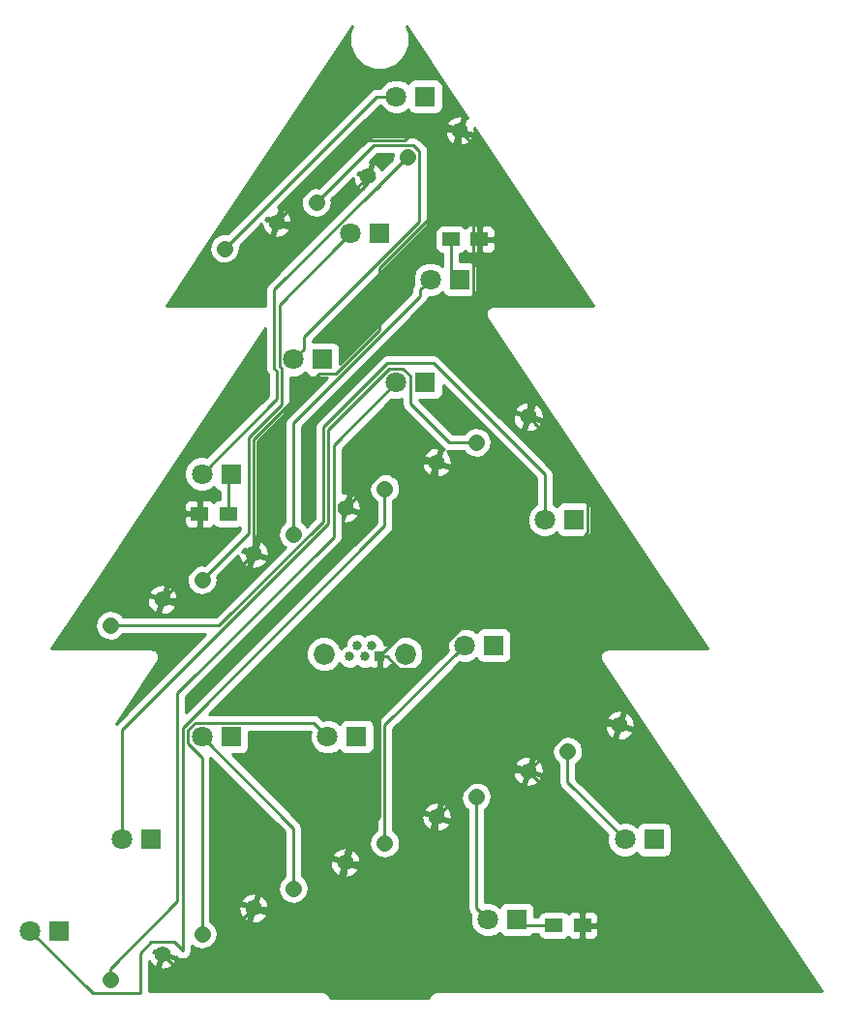
<source format=gtl>
G04 #@! TF.FileFunction,Copper,L1,Top,Signal*
%FSLAX46Y46*%
G04 Gerber Fmt 4.6, Leading zero omitted, Abs format (unit mm)*
G04 Created by KiCad (PCBNEW 4.0.7) date Saturday, November 04, 2017 'AMt' 10:07:01 AM*
%MOMM*%
%LPD*%
G01*
G04 APERTURE LIST*
%ADD10C,0.100000*%
%ADD11R,1.800000X1.800000*%
%ADD12C,1.800000*%
%ADD13C,1.400000*%
%ADD14C,1.400000*%
%ADD15R,0.840000X0.840000*%
%ADD16C,0.840000*%
%ADD17C,1.850000*%
%ADD18R,1.500000X1.250000*%
%ADD19C,0.250000*%
%ADD20C,0.254000*%
G04 APERTURE END LIST*
D10*
D11*
X140500000Y-31500000D03*
D12*
X137960000Y-31500000D03*
D11*
X131500000Y-54500000D03*
D12*
X128960000Y-54500000D03*
D11*
X123500000Y-64500000D03*
D12*
X120960000Y-64500000D03*
D11*
X153500000Y-68500000D03*
D12*
X150960000Y-68500000D03*
D11*
X136500000Y-43500000D03*
D12*
X133960000Y-43500000D03*
D11*
X143500000Y-47500000D03*
D12*
X140960000Y-47500000D03*
D11*
X108500000Y-104500000D03*
D12*
X105960000Y-104500000D03*
D11*
X116500000Y-96500000D03*
D12*
X113960000Y-96500000D03*
D11*
X140500000Y-56500000D03*
D12*
X137960000Y-56500000D03*
D11*
X134500000Y-87500000D03*
D12*
X131960000Y-87500000D03*
D11*
X123500000Y-87500000D03*
D12*
X120960000Y-87500000D03*
D11*
X146500000Y-79500000D03*
D12*
X143960000Y-79500000D03*
D11*
X148500000Y-103500000D03*
D12*
X145960000Y-103500000D03*
D11*
X160500000Y-96500000D03*
D12*
X157960000Y-96500000D03*
D13*
X157500000Y-86500000D03*
D14*
X152957696Y-88774616D02*
X152957696Y-88774616D01*
D13*
X149500000Y-90500000D03*
D14*
X144957696Y-92774616D02*
X144957696Y-92774616D01*
D13*
X141500000Y-94500000D03*
D14*
X136957696Y-96774616D02*
X136957696Y-96774616D01*
D13*
X133500000Y-98500000D03*
D14*
X128957696Y-100774616D02*
X128957696Y-100774616D01*
D13*
X125500000Y-102500000D03*
D14*
X120957696Y-104774616D02*
X120957696Y-104774616D01*
D13*
X117500000Y-106500000D03*
D14*
X112957696Y-108774616D02*
X112957696Y-108774616D01*
D13*
X149500000Y-59500000D03*
D14*
X144957696Y-61774616D02*
X144957696Y-61774616D01*
D13*
X141500000Y-63500000D03*
D14*
X136957696Y-65774616D02*
X136957696Y-65774616D01*
D13*
X133500000Y-67500000D03*
D14*
X128957696Y-69774616D02*
X128957696Y-69774616D01*
D13*
X125500000Y-71500000D03*
D14*
X120957696Y-73774616D02*
X120957696Y-73774616D01*
D13*
X117500000Y-75500000D03*
D14*
X112957696Y-77774616D02*
X112957696Y-77774616D01*
D13*
X143500000Y-34500000D03*
D14*
X138957696Y-36774616D02*
X138957696Y-36774616D01*
D13*
X135500000Y-38500000D03*
D14*
X130957696Y-40774616D02*
X130957696Y-40774616D01*
D13*
X127500000Y-42500000D03*
D14*
X122957696Y-44774616D02*
X122957696Y-44774616D01*
D15*
X136500000Y-80500000D03*
D16*
X135850000Y-79500000D03*
X135200000Y-80500000D03*
X134550000Y-79500000D03*
X133900000Y-80500000D03*
D17*
X138775000Y-80280000D03*
X131625000Y-80280000D03*
D18*
X145250000Y-44000000D03*
X142750000Y-44000000D03*
X120750000Y-68000000D03*
X123250000Y-68000000D03*
X154250000Y-104000000D03*
X151750000Y-104000000D03*
D19*
X151750000Y-104000000D02*
X149000000Y-104000000D01*
X149000000Y-104000000D02*
X148500000Y-103500000D01*
X123250000Y-68000000D02*
X123250000Y-64750000D01*
X123250000Y-64750000D02*
X123500000Y-64500000D01*
X142750000Y-44000000D02*
X142750000Y-46750000D01*
X142750000Y-46750000D02*
X143500000Y-47500000D01*
X152957696Y-88774616D02*
X152957696Y-91497696D01*
X152957696Y-91497696D02*
X157960000Y-96500000D01*
X144957696Y-92774616D02*
X144957696Y-102497696D01*
X144957696Y-102497696D02*
X145960000Y-103500000D01*
X136957696Y-96774616D02*
X136957696Y-86502304D01*
X136957696Y-86502304D02*
X143960000Y-79500000D01*
X128957696Y-100774616D02*
X128957696Y-95497696D01*
X128957696Y-95497696D02*
X120960000Y-87500000D01*
X131060001Y-86600001D02*
X131960000Y-87500000D01*
X120371999Y-86274999D02*
X130734999Y-86274999D01*
X119734999Y-86911999D02*
X120371999Y-86274999D01*
X120957696Y-89310698D02*
X119734999Y-88088001D01*
X120957696Y-104774616D02*
X120957696Y-89310698D01*
X130734999Y-86274999D02*
X131060001Y-86600001D01*
X119734999Y-88088001D02*
X119734999Y-86911999D01*
X112957696Y-107784667D02*
X112957696Y-108774616D01*
X118834977Y-101907386D02*
X112957696Y-107784667D01*
X118834977Y-83682025D02*
X118834977Y-101907386D01*
X132474999Y-70042003D02*
X118834977Y-83682025D01*
X132474999Y-61985001D02*
X132474999Y-70042003D01*
X137960000Y-56500000D02*
X132474999Y-61985001D01*
X138548001Y-55274999D02*
X137371999Y-55274999D01*
X113960000Y-95227208D02*
X113960000Y-96500000D01*
X132024988Y-68860737D02*
X113960000Y-86925725D01*
X132024988Y-60622010D02*
X132024988Y-68860737D01*
X142597616Y-61774616D02*
X139185001Y-58362001D01*
X139185001Y-58362001D02*
X139185001Y-55911999D01*
X113960000Y-86925725D02*
X113960000Y-95227208D01*
X137371999Y-55274999D02*
X132024988Y-60622010D01*
X139185001Y-55911999D02*
X138548001Y-55274999D01*
X144957696Y-61774616D02*
X142597616Y-61774616D01*
X105960000Y-104500000D02*
X111410009Y-109950009D01*
X111410009Y-109950009D02*
X115566993Y-109950009D01*
X115566993Y-109950009D02*
X115566993Y-106433007D01*
X119284988Y-106232014D02*
X119284988Y-86725599D01*
X119284988Y-86725599D02*
X136957696Y-69052891D01*
X136957696Y-69052891D02*
X136957696Y-65774616D01*
X115566993Y-106433007D02*
X116525001Y-105474999D01*
X116525001Y-105474999D02*
X118527973Y-105474999D01*
X118527973Y-105474999D02*
X119284988Y-106232014D01*
X154250000Y-104000000D02*
X154250000Y-95250000D01*
X154250000Y-95250000D02*
X149500000Y-90500000D01*
X120750000Y-68000000D02*
X120750000Y-72250000D01*
X120750000Y-72250000D02*
X117500000Y-75500000D01*
X133500000Y-67500000D02*
X137500000Y-63500000D01*
X137500000Y-63500000D02*
X141500000Y-63500000D01*
X136500000Y-51885002D02*
X136500000Y-46521413D01*
X136500000Y-46521413D02*
X143500000Y-39521413D01*
X143500000Y-39521413D02*
X143500000Y-35489949D01*
X143500000Y-35489949D02*
X143500000Y-34500000D01*
X125500000Y-61500000D02*
X131274999Y-55725001D01*
X131274999Y-55725001D02*
X132660001Y-55725001D01*
X132660001Y-55725001D02*
X136500000Y-51885002D01*
X125500000Y-71500000D02*
X125500000Y-61500000D01*
X125500000Y-102500000D02*
X120500000Y-107500000D01*
X120500000Y-107500000D02*
X118500000Y-107500000D01*
X118500000Y-107500000D02*
X118199999Y-107199999D01*
X118199999Y-107199999D02*
X117500000Y-106500000D01*
X138700396Y-35299604D02*
X134700396Y-35299604D01*
X134700396Y-35299604D02*
X128199999Y-41800001D01*
X128199999Y-41800001D02*
X127500000Y-42500000D01*
X139500000Y-34500000D02*
X138700396Y-35299604D01*
X143500000Y-34500000D02*
X139500000Y-34500000D01*
X143500000Y-51500000D02*
X144725001Y-50274999D01*
X144725001Y-50274999D02*
X144725001Y-35725001D01*
X144725001Y-35725001D02*
X144199999Y-35199999D01*
X144199999Y-35199999D02*
X143500000Y-34500000D01*
X149500000Y-57500000D02*
X143500000Y-51500000D01*
X149500000Y-59500000D02*
X149500000Y-57500000D01*
X127500000Y-42500000D02*
X131500000Y-42500000D01*
X131500000Y-42500000D02*
X135500000Y-38500000D01*
X121500000Y-75500000D02*
X117500000Y-75500000D01*
X125500000Y-71500000D02*
X121500000Y-75500000D01*
X136500000Y-80500000D02*
X141500000Y-75500000D01*
X141500000Y-75500000D02*
X141500000Y-63500000D01*
X150146998Y-71500000D02*
X152885002Y-71500000D01*
X152885002Y-71500000D02*
X154725001Y-69660001D01*
X154725001Y-69660001D02*
X154725001Y-64725001D01*
X154725001Y-64725001D02*
X150199999Y-60199999D01*
X150199999Y-60199999D02*
X149500000Y-59500000D01*
X136500000Y-80500000D02*
X137170000Y-80500000D01*
X137170000Y-80500000D02*
X138200001Y-81530001D01*
X138200001Y-81530001D02*
X140116997Y-81530001D01*
X140116997Y-81530001D02*
X150146998Y-71500000D01*
X133500000Y-98500000D02*
X133500000Y-97510051D01*
X133500000Y-97510051D02*
X136500000Y-94510051D01*
X136500000Y-94510051D02*
X136500000Y-81170000D01*
X136500000Y-81170000D02*
X136500000Y-80500000D01*
X133500000Y-99500000D02*
X130500000Y-102500000D01*
X130500000Y-102500000D02*
X125500000Y-102500000D01*
X133500000Y-98500000D02*
X133500000Y-99500000D01*
X141500000Y-96500000D02*
X139500000Y-98500000D01*
X139500000Y-98500000D02*
X133500000Y-98500000D01*
X141500000Y-94500000D02*
X141500000Y-96500000D01*
X149500000Y-90500000D02*
X145500000Y-90500000D01*
X145500000Y-90500000D02*
X141500000Y-94500000D01*
X157500000Y-86500000D02*
X153500000Y-86500000D01*
X153500000Y-86500000D02*
X149500000Y-90500000D01*
X127734999Y-49725001D02*
X133060001Y-44399999D01*
X127734999Y-55088001D02*
X127734999Y-49725001D01*
X127950011Y-55303013D02*
X127734999Y-55088001D01*
X127950011Y-58413579D02*
X127950011Y-55303013D01*
X125049989Y-69682323D02*
X125049989Y-61313600D01*
X125049989Y-61313600D02*
X127950011Y-58413579D01*
X120957696Y-73774616D02*
X125049989Y-69682323D01*
X133060001Y-44399999D02*
X133960000Y-43500000D01*
X150960000Y-67227208D02*
X150960000Y-68500000D01*
X137175012Y-54824988D02*
X141209990Y-54824988D01*
X141209990Y-54824988D02*
X150960000Y-64574998D01*
X150960000Y-64574998D02*
X150960000Y-67227208D01*
X131574977Y-68674337D02*
X131574977Y-60425023D01*
X131574977Y-60425023D02*
X137175012Y-54824988D01*
X112957696Y-77774616D02*
X122474698Y-77774616D01*
X122474698Y-77774616D02*
X131574977Y-68674337D01*
X127500000Y-55489413D02*
X127500000Y-57960000D01*
X127500000Y-57960000D02*
X120960000Y-64500000D01*
X138957696Y-36774616D02*
X136207311Y-39525001D01*
X136207311Y-39525001D02*
X136121997Y-39525001D01*
X136121997Y-39525001D02*
X138957696Y-36774616D01*
X136121997Y-39525001D02*
X127284988Y-48362010D01*
X127284988Y-48362010D02*
X127284988Y-55274401D01*
X127284988Y-55274401D02*
X127500000Y-55489413D01*
X139982697Y-42402306D02*
X129859999Y-52525004D01*
X139982697Y-36282615D02*
X139982697Y-42402306D01*
X129859999Y-53600001D02*
X128960000Y-54500000D01*
X129859999Y-52525004D02*
X129859999Y-53600001D01*
X139449697Y-35749615D02*
X139982697Y-36282615D01*
X135982697Y-35749615D02*
X139449697Y-35749615D01*
X130957696Y-40774616D02*
X135982697Y-35749615D01*
X122957696Y-44774616D02*
X136232312Y-31500000D01*
X136232312Y-31500000D02*
X137960000Y-31500000D01*
X140060001Y-48399999D02*
X140960000Y-47500000D01*
X140060001Y-48961412D02*
X140060001Y-48399999D01*
X128957696Y-60063717D02*
X140060001Y-48961412D01*
X128957696Y-69774616D02*
X128957696Y-60063717D01*
D20*
G36*
X133865458Y-25973567D02*
X133864543Y-27021834D01*
X134264853Y-27990658D01*
X135005443Y-28732542D01*
X135973567Y-29134542D01*
X137021834Y-29135457D01*
X137990658Y-28735147D01*
X138732542Y-27994557D01*
X139134542Y-27026433D01*
X139135457Y-25978166D01*
X138869196Y-25333765D01*
X144219272Y-33358879D01*
X143997922Y-33405537D01*
X143790091Y-34030301D01*
X143514141Y-34306251D01*
X143693749Y-34485859D01*
X143735208Y-34444400D01*
X144674638Y-34756907D01*
X144857761Y-34596047D01*
X144814179Y-34251240D01*
X155173353Y-49790000D01*
X146500000Y-49790000D01*
X146431777Y-49803571D01*
X146362214Y-49803498D01*
X146297238Y-49830332D01*
X146228295Y-49844046D01*
X146170459Y-49882690D01*
X146106163Y-49909244D01*
X146056404Y-49958899D01*
X145997954Y-49997954D01*
X145959307Y-50055794D01*
X145910070Y-50104928D01*
X145883100Y-50169846D01*
X145844046Y-50228295D01*
X145830476Y-50296515D01*
X145803787Y-50360757D01*
X145803714Y-50431057D01*
X145790000Y-50500000D01*
X145803571Y-50568223D01*
X145803498Y-50637786D01*
X145830332Y-50702762D01*
X145844046Y-50771705D01*
X145882690Y-50829541D01*
X145909244Y-50893837D01*
X165173353Y-79790000D01*
X156500000Y-79790000D01*
X156431777Y-79803571D01*
X156362214Y-79803498D01*
X156297238Y-79830332D01*
X156228295Y-79844046D01*
X156170459Y-79882690D01*
X156106163Y-79909244D01*
X156056404Y-79958899D01*
X155997954Y-79997954D01*
X155959307Y-80055794D01*
X155910070Y-80104928D01*
X155883100Y-80169846D01*
X155844046Y-80228295D01*
X155830476Y-80296515D01*
X155803787Y-80360757D01*
X155803714Y-80431057D01*
X155790000Y-80500000D01*
X155803571Y-80568223D01*
X155803498Y-80637786D01*
X155830332Y-80702762D01*
X155844046Y-80771705D01*
X155882690Y-80829541D01*
X155909244Y-80893837D01*
X175173353Y-109790000D01*
X141500000Y-109790000D01*
X141228295Y-109844046D01*
X140997954Y-109997954D01*
X140844046Y-110228295D01*
X140815262Y-110373000D01*
X132184738Y-110373000D01*
X132155954Y-110228295D01*
X132002046Y-109997954D01*
X131771705Y-109844046D01*
X131500000Y-109790000D01*
X116326993Y-109790000D01*
X116326993Y-107674638D01*
X117243093Y-107674638D01*
X117403953Y-107857761D01*
X117930857Y-107791163D01*
X118392167Y-107527997D01*
X118644736Y-107236423D01*
X118594463Y-106997922D01*
X117580420Y-106660595D01*
X117243093Y-107674638D01*
X116326993Y-107674638D01*
X116326993Y-107137975D01*
X116472003Y-107392167D01*
X116763577Y-107644736D01*
X117002078Y-107594463D01*
X117339405Y-106580420D01*
X116705315Y-106369487D01*
X116839803Y-106234999D01*
X117055391Y-106234999D01*
X117306251Y-106485859D01*
X117485859Y-106306251D01*
X117444400Y-106264792D01*
X117454311Y-106234999D01*
X117585393Y-106234999D01*
X117514141Y-106306251D01*
X117693749Y-106485859D01*
X117735208Y-106444400D01*
X118674638Y-106756907D01*
X118706814Y-106728642D01*
X118747587Y-106769415D01*
X118994149Y-106934162D01*
X119284988Y-106992014D01*
X119575827Y-106934162D01*
X119822389Y-106769415D01*
X119987136Y-106522853D01*
X120044988Y-106232014D01*
X120044988Y-105775773D01*
X120060237Y-105795396D01*
X120512925Y-106053079D01*
X121029767Y-106117910D01*
X121532075Y-105980020D01*
X121578847Y-105956597D01*
X121990151Y-105636978D01*
X122247835Y-105184289D01*
X122312665Y-104667448D01*
X122174775Y-104165140D01*
X121855156Y-103753836D01*
X121717696Y-103675590D01*
X121717696Y-103674638D01*
X125243093Y-103674638D01*
X125403953Y-103857761D01*
X125930857Y-103791163D01*
X126392167Y-103527997D01*
X126644736Y-103236423D01*
X126594463Y-102997922D01*
X125580420Y-102660595D01*
X125243093Y-103674638D01*
X121717696Y-103674638D01*
X121717696Y-102403953D01*
X124142239Y-102403953D01*
X124208837Y-102930857D01*
X124472003Y-103392167D01*
X124763577Y-103644736D01*
X125002078Y-103594463D01*
X125339405Y-102580420D01*
X124855902Y-102419580D01*
X125660595Y-102419580D01*
X126674638Y-102756907D01*
X126857761Y-102596047D01*
X126791163Y-102069143D01*
X126527997Y-101607833D01*
X126236423Y-101355264D01*
X125997922Y-101405537D01*
X125660595Y-102419580D01*
X124855902Y-102419580D01*
X124325362Y-102243093D01*
X124142239Y-102403953D01*
X121717696Y-102403953D01*
X121717696Y-101763577D01*
X124355264Y-101763577D01*
X124405537Y-102002078D01*
X125419580Y-102339405D01*
X125756907Y-101325362D01*
X125596047Y-101142239D01*
X125069143Y-101208837D01*
X124607833Y-101472003D01*
X124355264Y-101763577D01*
X121717696Y-101763577D01*
X121717696Y-89332498D01*
X128197696Y-95812498D01*
X128197696Y-99700532D01*
X127925241Y-99912254D01*
X127667558Y-100364942D01*
X127602727Y-100881784D01*
X127740617Y-101384092D01*
X128060237Y-101795396D01*
X128512925Y-102053079D01*
X129029767Y-102117910D01*
X129532075Y-101980020D01*
X129578847Y-101956597D01*
X129990151Y-101636978D01*
X130247835Y-101184289D01*
X130312665Y-100667448D01*
X130174775Y-100165140D01*
X129855156Y-99753836D01*
X129717696Y-99675590D01*
X129717696Y-99674638D01*
X133243093Y-99674638D01*
X133403953Y-99857761D01*
X133930857Y-99791163D01*
X134392167Y-99527997D01*
X134644736Y-99236423D01*
X134594463Y-98997922D01*
X133580420Y-98660595D01*
X133243093Y-99674638D01*
X129717696Y-99674638D01*
X129717696Y-98403953D01*
X132142239Y-98403953D01*
X132208837Y-98930857D01*
X132472003Y-99392167D01*
X132763577Y-99644736D01*
X133002078Y-99594463D01*
X133339405Y-98580420D01*
X132855902Y-98419580D01*
X133660595Y-98419580D01*
X134674638Y-98756907D01*
X134857761Y-98596047D01*
X134791163Y-98069143D01*
X134527997Y-97607833D01*
X134236423Y-97355264D01*
X133997922Y-97405537D01*
X133660595Y-98419580D01*
X132855902Y-98419580D01*
X132325362Y-98243093D01*
X132142239Y-98403953D01*
X129717696Y-98403953D01*
X129717696Y-97763577D01*
X132355264Y-97763577D01*
X132405537Y-98002078D01*
X133419580Y-98339405D01*
X133756907Y-97325362D01*
X133596047Y-97142239D01*
X133069143Y-97208837D01*
X132607833Y-97472003D01*
X132355264Y-97763577D01*
X129717696Y-97763577D01*
X129717696Y-96881784D01*
X135602727Y-96881784D01*
X135740617Y-97384092D01*
X136060237Y-97795396D01*
X136512925Y-98053079D01*
X137029767Y-98117910D01*
X137532075Y-97980020D01*
X137578847Y-97956597D01*
X137990151Y-97636978D01*
X138247835Y-97184289D01*
X138312665Y-96667448D01*
X138174775Y-96165140D01*
X137855156Y-95753836D01*
X137717696Y-95675590D01*
X137717696Y-95674638D01*
X141243093Y-95674638D01*
X141403953Y-95857761D01*
X141930857Y-95791163D01*
X142392167Y-95527997D01*
X142644736Y-95236423D01*
X142594463Y-94997922D01*
X141580420Y-94660595D01*
X141243093Y-95674638D01*
X137717696Y-95674638D01*
X137717696Y-94403953D01*
X140142239Y-94403953D01*
X140208837Y-94930857D01*
X140472003Y-95392167D01*
X140763577Y-95644736D01*
X141002078Y-95594463D01*
X141339405Y-94580420D01*
X140855902Y-94419580D01*
X141660595Y-94419580D01*
X142674638Y-94756907D01*
X142857761Y-94596047D01*
X142791163Y-94069143D01*
X142527997Y-93607833D01*
X142236423Y-93355264D01*
X141997922Y-93405537D01*
X141660595Y-94419580D01*
X140855902Y-94419580D01*
X140325362Y-94243093D01*
X140142239Y-94403953D01*
X137717696Y-94403953D01*
X137717696Y-93763577D01*
X140355264Y-93763577D01*
X140405537Y-94002078D01*
X141419580Y-94339405D01*
X141756907Y-93325362D01*
X141596047Y-93142239D01*
X141069143Y-93208837D01*
X140607833Y-93472003D01*
X140355264Y-93763577D01*
X137717696Y-93763577D01*
X137717696Y-92881784D01*
X143602727Y-92881784D01*
X143740617Y-93384092D01*
X144060237Y-93795396D01*
X144197696Y-93873642D01*
X144197696Y-102497696D01*
X144255548Y-102788535D01*
X144420295Y-103035097D01*
X144470234Y-103085036D01*
X144425267Y-103193330D01*
X144424735Y-103803991D01*
X144657932Y-104368371D01*
X145089357Y-104800551D01*
X145653330Y-105034733D01*
X146263991Y-105035265D01*
X146828371Y-104802068D01*
X146996613Y-104634120D01*
X146996838Y-104635317D01*
X147135910Y-104851441D01*
X147348110Y-104996431D01*
X147600000Y-105047440D01*
X149400000Y-105047440D01*
X149635317Y-105003162D01*
X149851441Y-104864090D01*
X149922563Y-104760000D01*
X150377962Y-104760000D01*
X150396838Y-104860317D01*
X150535910Y-105076441D01*
X150748110Y-105221431D01*
X151000000Y-105272440D01*
X152500000Y-105272440D01*
X152735317Y-105228162D01*
X152951441Y-105089090D01*
X152997969Y-105020994D01*
X153140302Y-105163327D01*
X153373691Y-105260000D01*
X153964250Y-105260000D01*
X154123000Y-105101250D01*
X154123000Y-104127000D01*
X154377000Y-104127000D01*
X154377000Y-105101250D01*
X154535750Y-105260000D01*
X155126309Y-105260000D01*
X155359698Y-105163327D01*
X155538327Y-104984699D01*
X155635000Y-104751310D01*
X155635000Y-104285750D01*
X155476250Y-104127000D01*
X154377000Y-104127000D01*
X154123000Y-104127000D01*
X154103000Y-104127000D01*
X154103000Y-103873000D01*
X154123000Y-103873000D01*
X154123000Y-102898750D01*
X154377000Y-102898750D01*
X154377000Y-103873000D01*
X155476250Y-103873000D01*
X155635000Y-103714250D01*
X155635000Y-103248690D01*
X155538327Y-103015301D01*
X155359698Y-102836673D01*
X155126309Y-102740000D01*
X154535750Y-102740000D01*
X154377000Y-102898750D01*
X154123000Y-102898750D01*
X153964250Y-102740000D01*
X153373691Y-102740000D01*
X153140302Y-102836673D01*
X152999064Y-102977910D01*
X152964090Y-102923559D01*
X152751890Y-102778569D01*
X152500000Y-102727560D01*
X151000000Y-102727560D01*
X150764683Y-102771838D01*
X150548559Y-102910910D01*
X150403569Y-103123110D01*
X150379898Y-103240000D01*
X150047440Y-103240000D01*
X150047440Y-102600000D01*
X150003162Y-102364683D01*
X149864090Y-102148559D01*
X149651890Y-102003569D01*
X149400000Y-101952560D01*
X147600000Y-101952560D01*
X147364683Y-101996838D01*
X147148559Y-102135910D01*
X147003569Y-102348110D01*
X146999433Y-102368534D01*
X146830643Y-102199449D01*
X146266670Y-101965267D01*
X145717696Y-101964789D01*
X145717696Y-93848699D01*
X145990151Y-93636978D01*
X146247835Y-93184289D01*
X146312665Y-92667448D01*
X146174775Y-92165140D01*
X145855156Y-91753836D01*
X145716025Y-91674638D01*
X149243093Y-91674638D01*
X149403953Y-91857761D01*
X149930857Y-91791163D01*
X150392167Y-91527997D01*
X150644736Y-91236423D01*
X150594463Y-90997922D01*
X149580420Y-90660595D01*
X149243093Y-91674638D01*
X145716025Y-91674638D01*
X145402467Y-91496152D01*
X144885625Y-91431322D01*
X144383317Y-91569212D01*
X144336545Y-91592634D01*
X143925241Y-91912254D01*
X143667558Y-92364942D01*
X143602727Y-92881784D01*
X137717696Y-92881784D01*
X137717696Y-90403953D01*
X148142239Y-90403953D01*
X148208837Y-90930857D01*
X148472003Y-91392167D01*
X148763577Y-91644736D01*
X149002078Y-91594463D01*
X149339405Y-90580420D01*
X148855902Y-90419580D01*
X149660595Y-90419580D01*
X150674638Y-90756907D01*
X150857761Y-90596047D01*
X150791163Y-90069143D01*
X150527997Y-89607833D01*
X150236423Y-89355264D01*
X149997922Y-89405537D01*
X149660595Y-90419580D01*
X148855902Y-90419580D01*
X148325362Y-90243093D01*
X148142239Y-90403953D01*
X137717696Y-90403953D01*
X137717696Y-89763577D01*
X148355264Y-89763577D01*
X148405537Y-90002078D01*
X149419580Y-90339405D01*
X149756907Y-89325362D01*
X149596047Y-89142239D01*
X149069143Y-89208837D01*
X148607833Y-89472003D01*
X148355264Y-89763577D01*
X137717696Y-89763577D01*
X137717696Y-88881784D01*
X151602727Y-88881784D01*
X151740617Y-89384092D01*
X152060237Y-89795396D01*
X152197696Y-89873642D01*
X152197696Y-91497696D01*
X152255548Y-91788535D01*
X152420295Y-92035097D01*
X156470234Y-96085036D01*
X156425267Y-96193330D01*
X156424735Y-96803991D01*
X156657932Y-97368371D01*
X157089357Y-97800551D01*
X157653330Y-98034733D01*
X158263991Y-98035265D01*
X158828371Y-97802068D01*
X158996613Y-97634120D01*
X158996838Y-97635317D01*
X159135910Y-97851441D01*
X159348110Y-97996431D01*
X159600000Y-98047440D01*
X161400000Y-98047440D01*
X161635317Y-98003162D01*
X161851441Y-97864090D01*
X161996431Y-97651890D01*
X162047440Y-97400000D01*
X162047440Y-95600000D01*
X162003162Y-95364683D01*
X161864090Y-95148559D01*
X161651890Y-95003569D01*
X161400000Y-94952560D01*
X159600000Y-94952560D01*
X159364683Y-94996838D01*
X159148559Y-95135910D01*
X159003569Y-95348110D01*
X158999433Y-95368534D01*
X158830643Y-95199449D01*
X158266670Y-94965267D01*
X157656009Y-94964735D01*
X157545287Y-95010485D01*
X153717696Y-91182894D01*
X153717696Y-89848699D01*
X153990151Y-89636978D01*
X154247835Y-89184289D01*
X154312665Y-88667448D01*
X154174775Y-88165140D01*
X153855156Y-87753836D01*
X153716025Y-87674638D01*
X157243093Y-87674638D01*
X157403953Y-87857761D01*
X157930857Y-87791163D01*
X158392167Y-87527997D01*
X158644736Y-87236423D01*
X158594463Y-86997922D01*
X157580420Y-86660595D01*
X157243093Y-87674638D01*
X153716025Y-87674638D01*
X153402467Y-87496152D01*
X152885625Y-87431322D01*
X152383317Y-87569212D01*
X152336545Y-87592634D01*
X151925241Y-87912254D01*
X151667558Y-88364942D01*
X151602727Y-88881784D01*
X137717696Y-88881784D01*
X137717696Y-86817106D01*
X138130849Y-86403953D01*
X156142239Y-86403953D01*
X156208837Y-86930857D01*
X156472003Y-87392167D01*
X156763577Y-87644736D01*
X157002078Y-87594463D01*
X157339405Y-86580420D01*
X156855902Y-86419580D01*
X157660595Y-86419580D01*
X158674638Y-86756907D01*
X158857761Y-86596047D01*
X158791163Y-86069143D01*
X158527997Y-85607833D01*
X158236423Y-85355264D01*
X157997922Y-85405537D01*
X157660595Y-86419580D01*
X156855902Y-86419580D01*
X156325362Y-86243093D01*
X156142239Y-86403953D01*
X138130849Y-86403953D01*
X138771225Y-85763577D01*
X156355264Y-85763577D01*
X156405537Y-86002078D01*
X157419580Y-86339405D01*
X157756907Y-85325362D01*
X157596047Y-85142239D01*
X157069143Y-85208837D01*
X156607833Y-85472003D01*
X156355264Y-85763577D01*
X138771225Y-85763577D01*
X143545036Y-80989766D01*
X143653330Y-81034733D01*
X144263991Y-81035265D01*
X144828371Y-80802068D01*
X144996613Y-80634120D01*
X144996838Y-80635317D01*
X145135910Y-80851441D01*
X145348110Y-80996431D01*
X145600000Y-81047440D01*
X147400000Y-81047440D01*
X147635317Y-81003162D01*
X147851441Y-80864090D01*
X147996431Y-80651890D01*
X148047440Y-80400000D01*
X148047440Y-78600000D01*
X148003162Y-78364683D01*
X147864090Y-78148559D01*
X147651890Y-78003569D01*
X147400000Y-77952560D01*
X145600000Y-77952560D01*
X145364683Y-77996838D01*
X145148559Y-78135910D01*
X145003569Y-78348110D01*
X144999433Y-78368534D01*
X144830643Y-78199449D01*
X144266670Y-77965267D01*
X143656009Y-77964735D01*
X143091629Y-78197932D01*
X142659449Y-78629357D01*
X142425267Y-79193330D01*
X142424735Y-79803991D01*
X142470485Y-79914713D01*
X136420295Y-85964903D01*
X136255548Y-86211465D01*
X136197696Y-86502304D01*
X136197696Y-95700532D01*
X135925241Y-95912254D01*
X135667558Y-96364942D01*
X135602727Y-96881784D01*
X129717696Y-96881784D01*
X129717696Y-95497696D01*
X129659844Y-95206857D01*
X129495097Y-94960295D01*
X123582242Y-89047440D01*
X124400000Y-89047440D01*
X124635317Y-89003162D01*
X124851441Y-88864090D01*
X124996431Y-88651890D01*
X125047440Y-88400000D01*
X125047440Y-87034999D01*
X130420197Y-87034999D01*
X130470234Y-87085036D01*
X130425267Y-87193330D01*
X130424735Y-87803991D01*
X130657932Y-88368371D01*
X131089357Y-88800551D01*
X131653330Y-89034733D01*
X132263991Y-89035265D01*
X132828371Y-88802068D01*
X132996613Y-88634120D01*
X132996838Y-88635317D01*
X133135910Y-88851441D01*
X133348110Y-88996431D01*
X133600000Y-89047440D01*
X135400000Y-89047440D01*
X135635317Y-89003162D01*
X135851441Y-88864090D01*
X135996431Y-88651890D01*
X136047440Y-88400000D01*
X136047440Y-86600000D01*
X136003162Y-86364683D01*
X135864090Y-86148559D01*
X135651890Y-86003569D01*
X135400000Y-85952560D01*
X133600000Y-85952560D01*
X133364683Y-85996838D01*
X133148559Y-86135910D01*
X133003569Y-86348110D01*
X132999433Y-86368534D01*
X132830643Y-86199449D01*
X132266670Y-85965267D01*
X131656009Y-85964735D01*
X131545287Y-86010485D01*
X131272400Y-85737598D01*
X131025838Y-85572851D01*
X130734999Y-85514999D01*
X121570390Y-85514999D01*
X126496447Y-80588942D01*
X130064730Y-80588942D01*
X130301725Y-81162514D01*
X130740177Y-81601732D01*
X131313336Y-81839728D01*
X131933942Y-81840270D01*
X132507514Y-81603275D01*
X132946732Y-81164823D01*
X132990066Y-81060462D01*
X133005093Y-81096829D01*
X133301610Y-81393864D01*
X133689227Y-81554817D01*
X134108932Y-81555183D01*
X134496829Y-81394907D01*
X134549832Y-81341996D01*
X134601610Y-81393864D01*
X134989227Y-81554817D01*
X135408932Y-81555183D01*
X135697800Y-81435825D01*
X135720302Y-81458327D01*
X135953691Y-81555000D01*
X136214250Y-81555000D01*
X136373000Y-81396250D01*
X136373000Y-80627000D01*
X136353000Y-80627000D01*
X136353000Y-80433677D01*
X136446829Y-80394907D01*
X136488809Y-80353000D01*
X136627000Y-80353000D01*
X136627000Y-80373000D01*
X136647000Y-80373000D01*
X136647000Y-80627000D01*
X136627000Y-80627000D01*
X136627000Y-81396250D01*
X136785750Y-81555000D01*
X137046309Y-81555000D01*
X137279698Y-81458327D01*
X137458327Y-81279699D01*
X137490696Y-81201553D01*
X137890177Y-81601732D01*
X138463336Y-81839728D01*
X139083942Y-81840270D01*
X139657514Y-81603275D01*
X140096732Y-81164823D01*
X140334728Y-80591664D01*
X140335270Y-79971058D01*
X140098275Y-79397486D01*
X139659823Y-78958268D01*
X139086664Y-78720272D01*
X138466058Y-78719730D01*
X137892486Y-78956725D01*
X137453268Y-79395177D01*
X137359360Y-79621334D01*
X137279698Y-79541673D01*
X137046309Y-79445000D01*
X136905049Y-79445000D01*
X136905183Y-79291068D01*
X136744907Y-78903171D01*
X136448390Y-78606136D01*
X136060773Y-78445183D01*
X135641068Y-78444817D01*
X135253171Y-78605093D01*
X135200168Y-78658004D01*
X135148390Y-78606136D01*
X134760773Y-78445183D01*
X134341068Y-78444817D01*
X133953171Y-78605093D01*
X133656136Y-78901610D01*
X133495183Y-79289227D01*
X133494977Y-79525840D01*
X133303171Y-79605093D01*
X133112643Y-79795288D01*
X132948275Y-79397486D01*
X132509823Y-78958268D01*
X131936664Y-78720272D01*
X131316058Y-78719730D01*
X130742486Y-78956725D01*
X130303268Y-79395177D01*
X130065272Y-79968336D01*
X130064730Y-80588942D01*
X126496447Y-80588942D01*
X137495097Y-69590292D01*
X137659844Y-69343731D01*
X137717696Y-69052891D01*
X137717696Y-66848699D01*
X137990151Y-66636978D01*
X138247835Y-66184289D01*
X138312665Y-65667448D01*
X138174775Y-65165140D01*
X137855156Y-64753836D01*
X137716025Y-64674638D01*
X141243093Y-64674638D01*
X141403953Y-64857761D01*
X141930857Y-64791163D01*
X142392167Y-64527997D01*
X142644736Y-64236423D01*
X142594463Y-63997922D01*
X141580420Y-63660595D01*
X141243093Y-64674638D01*
X137716025Y-64674638D01*
X137402467Y-64496152D01*
X136885625Y-64431322D01*
X136383317Y-64569212D01*
X136336545Y-64592634D01*
X135925241Y-64912254D01*
X135667558Y-65364942D01*
X135602727Y-65881784D01*
X135740617Y-66384092D01*
X136060237Y-66795396D01*
X136197696Y-66873642D01*
X136197696Y-68738089D01*
X119594977Y-85340808D01*
X119594977Y-83996827D01*
X133012400Y-70579404D01*
X133177147Y-70332842D01*
X133234999Y-70042003D01*
X133234999Y-68674638D01*
X133243093Y-68674638D01*
X133403953Y-68857761D01*
X133930857Y-68791163D01*
X134392167Y-68527997D01*
X134644736Y-68236423D01*
X134594463Y-67997922D01*
X133580420Y-67660595D01*
X133243093Y-68674638D01*
X133234999Y-68674638D01*
X133234999Y-67944609D01*
X133485859Y-67693749D01*
X133306251Y-67514141D01*
X133264792Y-67555600D01*
X133234999Y-67545689D01*
X133234999Y-67414607D01*
X133306251Y-67485859D01*
X133372530Y-67419580D01*
X133660595Y-67419580D01*
X134674638Y-67756907D01*
X134857761Y-67596047D01*
X134791163Y-67069143D01*
X134527997Y-66607833D01*
X134236423Y-66355264D01*
X133997922Y-66405537D01*
X133660595Y-67419580D01*
X133372530Y-67419580D01*
X133485859Y-67306251D01*
X133444400Y-67264792D01*
X133756907Y-66325362D01*
X133596047Y-66142239D01*
X133234999Y-66187874D01*
X133234999Y-63403953D01*
X140142239Y-63403953D01*
X140208837Y-63930857D01*
X140472003Y-64392167D01*
X140763577Y-64644736D01*
X141002078Y-64594463D01*
X141339405Y-63580420D01*
X140325362Y-63243093D01*
X140142239Y-63403953D01*
X133234999Y-63403953D01*
X133234999Y-62763577D01*
X140355264Y-62763577D01*
X140405537Y-63002078D01*
X141419580Y-63339405D01*
X141756907Y-62325362D01*
X141596047Y-62142239D01*
X141069143Y-62208837D01*
X140607833Y-62472003D01*
X140355264Y-62763577D01*
X133234999Y-62763577D01*
X133234999Y-62299803D01*
X137545036Y-57989766D01*
X137653330Y-58034733D01*
X138263991Y-58035265D01*
X138425001Y-57968737D01*
X138425001Y-58362001D01*
X138482853Y-58652840D01*
X138647600Y-58899402D01*
X142060215Y-62312017D01*
X142151674Y-62373128D01*
X141997922Y-62405537D01*
X141660595Y-63419580D01*
X142674638Y-63756907D01*
X142857761Y-63596047D01*
X142791163Y-63069143D01*
X142527997Y-62607833D01*
X142397525Y-62494815D01*
X142597616Y-62534616D01*
X143857588Y-62534616D01*
X144060237Y-62795396D01*
X144512925Y-63053079D01*
X145029767Y-63117910D01*
X145532075Y-62980020D01*
X145578847Y-62956597D01*
X145990151Y-62636978D01*
X146247835Y-62184289D01*
X146312665Y-61667448D01*
X146174775Y-61165140D01*
X145855156Y-60753836D01*
X145402467Y-60496152D01*
X144885625Y-60431322D01*
X144383317Y-60569212D01*
X144336545Y-60592634D01*
X143925241Y-60912254D01*
X143866974Y-61014616D01*
X142912418Y-61014616D01*
X139945242Y-58047440D01*
X141400000Y-58047440D01*
X141635317Y-58003162D01*
X141851441Y-57864090D01*
X141996431Y-57651890D01*
X142047440Y-57400000D01*
X142047440Y-56737240D01*
X150200000Y-64889800D01*
X150200000Y-67153154D01*
X150091629Y-67197932D01*
X149659449Y-67629357D01*
X149425267Y-68193330D01*
X149424735Y-68803991D01*
X149657932Y-69368371D01*
X150089357Y-69800551D01*
X150653330Y-70034733D01*
X151263991Y-70035265D01*
X151828371Y-69802068D01*
X151996613Y-69634120D01*
X151996838Y-69635317D01*
X152135910Y-69851441D01*
X152348110Y-69996431D01*
X152600000Y-70047440D01*
X154400000Y-70047440D01*
X154635317Y-70003162D01*
X154851441Y-69864090D01*
X154996431Y-69651890D01*
X155047440Y-69400000D01*
X155047440Y-67600000D01*
X155003162Y-67364683D01*
X154864090Y-67148559D01*
X154651890Y-67003569D01*
X154400000Y-66952560D01*
X152600000Y-66952560D01*
X152364683Y-66996838D01*
X152148559Y-67135910D01*
X152003569Y-67348110D01*
X151999433Y-67368534D01*
X151830643Y-67199449D01*
X151720000Y-67153506D01*
X151720000Y-64574998D01*
X151662148Y-64284159D01*
X151662148Y-64284158D01*
X151497401Y-64037597D01*
X148134442Y-60674638D01*
X149243093Y-60674638D01*
X149403953Y-60857761D01*
X149930857Y-60791163D01*
X150392167Y-60527997D01*
X150644736Y-60236423D01*
X150594463Y-59997922D01*
X149580420Y-59660595D01*
X149243093Y-60674638D01*
X148134442Y-60674638D01*
X146863757Y-59403953D01*
X148142239Y-59403953D01*
X148208837Y-59930857D01*
X148472003Y-60392167D01*
X148763577Y-60644736D01*
X149002078Y-60594463D01*
X149339405Y-59580420D01*
X148855902Y-59419580D01*
X149660595Y-59419580D01*
X150674638Y-59756907D01*
X150857761Y-59596047D01*
X150791163Y-59069143D01*
X150527997Y-58607833D01*
X150236423Y-58355264D01*
X149997922Y-58405537D01*
X149660595Y-59419580D01*
X148855902Y-59419580D01*
X148325362Y-59243093D01*
X148142239Y-59403953D01*
X146863757Y-59403953D01*
X146223381Y-58763577D01*
X148355264Y-58763577D01*
X148405537Y-59002078D01*
X149419580Y-59339405D01*
X149756907Y-58325362D01*
X149596047Y-58142239D01*
X149069143Y-58208837D01*
X148607833Y-58472003D01*
X148355264Y-58763577D01*
X146223381Y-58763577D01*
X141747391Y-54287587D01*
X141500829Y-54122840D01*
X141209990Y-54064988D01*
X137175012Y-54064988D01*
X136932426Y-54113242D01*
X136884172Y-54122840D01*
X136637611Y-54287587D01*
X131037576Y-59887622D01*
X130872829Y-60134184D01*
X130814977Y-60425023D01*
X130814977Y-68359535D01*
X130102447Y-69072065D01*
X129855156Y-68753836D01*
X129717696Y-68675590D01*
X129717696Y-60378519D01*
X140597402Y-49498813D01*
X140762149Y-49252252D01*
X140805390Y-49034865D01*
X141263991Y-49035265D01*
X141828371Y-48802068D01*
X141996613Y-48634120D01*
X141996838Y-48635317D01*
X142135910Y-48851441D01*
X142348110Y-48996431D01*
X142600000Y-49047440D01*
X144400000Y-49047440D01*
X144635317Y-49003162D01*
X144851441Y-48864090D01*
X144996431Y-48651890D01*
X145047440Y-48400000D01*
X145047440Y-46600000D01*
X145003162Y-46364683D01*
X144864090Y-46148559D01*
X144651890Y-46003569D01*
X144400000Y-45952560D01*
X143510000Y-45952560D01*
X143510000Y-45270558D01*
X143735317Y-45228162D01*
X143951441Y-45089090D01*
X143997969Y-45020994D01*
X144140302Y-45163327D01*
X144373691Y-45260000D01*
X144964250Y-45260000D01*
X145123000Y-45101250D01*
X145123000Y-44127000D01*
X145377000Y-44127000D01*
X145377000Y-45101250D01*
X145535750Y-45260000D01*
X146126309Y-45260000D01*
X146359698Y-45163327D01*
X146538327Y-44984699D01*
X146635000Y-44751310D01*
X146635000Y-44285750D01*
X146476250Y-44127000D01*
X145377000Y-44127000D01*
X145123000Y-44127000D01*
X145103000Y-44127000D01*
X145103000Y-43873000D01*
X145123000Y-43873000D01*
X145123000Y-42898750D01*
X145377000Y-42898750D01*
X145377000Y-43873000D01*
X146476250Y-43873000D01*
X146635000Y-43714250D01*
X146635000Y-43248690D01*
X146538327Y-43015301D01*
X146359698Y-42836673D01*
X146126309Y-42740000D01*
X145535750Y-42740000D01*
X145377000Y-42898750D01*
X145123000Y-42898750D01*
X144964250Y-42740000D01*
X144373691Y-42740000D01*
X144140302Y-42836673D01*
X143999064Y-42977910D01*
X143964090Y-42923559D01*
X143751890Y-42778569D01*
X143500000Y-42727560D01*
X142000000Y-42727560D01*
X141764683Y-42771838D01*
X141548559Y-42910910D01*
X141403569Y-43123110D01*
X141352560Y-43375000D01*
X141352560Y-44625000D01*
X141396838Y-44860317D01*
X141535910Y-45076441D01*
X141748110Y-45221431D01*
X141990000Y-45270415D01*
X141990000Y-46359085D01*
X141830643Y-46199449D01*
X141266670Y-45965267D01*
X140656009Y-45964735D01*
X140091629Y-46197932D01*
X139659449Y-46629357D01*
X139425267Y-47193330D01*
X139424735Y-47803991D01*
X139477092Y-47930705D01*
X139357853Y-48109160D01*
X139300001Y-48399999D01*
X139300001Y-48646610D01*
X133047440Y-54899171D01*
X133047440Y-53600000D01*
X133003162Y-53364683D01*
X132864090Y-53148559D01*
X132651890Y-53003569D01*
X132400000Y-52952560D01*
X130619999Y-52952560D01*
X130619999Y-52839806D01*
X140520098Y-42939707D01*
X140684845Y-42693145D01*
X140742697Y-42402306D01*
X140742697Y-36282615D01*
X140684845Y-35991776D01*
X140520098Y-35745214D01*
X140449522Y-35674638D01*
X143243093Y-35674638D01*
X143403953Y-35857761D01*
X143930857Y-35791163D01*
X144392167Y-35527997D01*
X144644736Y-35236423D01*
X144594463Y-34997922D01*
X143580420Y-34660595D01*
X143243093Y-35674638D01*
X140449522Y-35674638D01*
X139987098Y-35212214D01*
X139740536Y-35047467D01*
X139449697Y-34989615D01*
X135982697Y-34989615D01*
X135691858Y-35047467D01*
X135445296Y-35212214D01*
X131188231Y-39469279D01*
X130885625Y-39431322D01*
X130383317Y-39569212D01*
X130336545Y-39592634D01*
X129925241Y-39912254D01*
X129667558Y-40364942D01*
X129602727Y-40881784D01*
X129740617Y-41384092D01*
X130060237Y-41795396D01*
X130512925Y-42053079D01*
X131029767Y-42117910D01*
X131532075Y-41980020D01*
X131578847Y-41956597D01*
X131990151Y-41636978D01*
X132247835Y-41184289D01*
X132312665Y-40667448D01*
X132275403Y-40531711D01*
X134171518Y-38635596D01*
X134208837Y-38930857D01*
X134472003Y-39392167D01*
X134763577Y-39644736D01*
X134971231Y-39600965D01*
X126747587Y-47824609D01*
X126582840Y-48071171D01*
X126524988Y-48362010D01*
X126524988Y-49794970D01*
X126500000Y-49790000D01*
X117826647Y-49790000D01*
X121098791Y-44881784D01*
X121602727Y-44881784D01*
X121740617Y-45384092D01*
X122060237Y-45795396D01*
X122512925Y-46053079D01*
X123029767Y-46117910D01*
X123532075Y-45980020D01*
X123578847Y-45956597D01*
X123990151Y-45636978D01*
X124247835Y-45184289D01*
X124312665Y-44667448D01*
X124275403Y-44531711D01*
X125132476Y-43674638D01*
X127243093Y-43674638D01*
X127403953Y-43857761D01*
X127930857Y-43791163D01*
X128392167Y-43527997D01*
X128644736Y-43236423D01*
X128594463Y-42997922D01*
X127580420Y-42660595D01*
X127243093Y-43674638D01*
X125132476Y-43674638D01*
X126171518Y-42635596D01*
X126208837Y-42930857D01*
X126472003Y-43392167D01*
X126763577Y-43644736D01*
X127002078Y-43594463D01*
X127339405Y-42580420D01*
X126504447Y-42302667D01*
X126705314Y-42101800D01*
X127030301Y-42209909D01*
X127306251Y-42485859D01*
X127372530Y-42419580D01*
X127660595Y-42419580D01*
X128674638Y-42756907D01*
X128857761Y-42596047D01*
X128791163Y-42069143D01*
X128527997Y-41607833D01*
X128236423Y-41355264D01*
X127997922Y-41405537D01*
X127660595Y-42419580D01*
X127372530Y-42419580D01*
X127485859Y-42306251D01*
X127444400Y-42264792D01*
X127756907Y-41325362D01*
X127628234Y-41178880D01*
X134403161Y-34403953D01*
X142142239Y-34403953D01*
X142208837Y-34930857D01*
X142472003Y-35392167D01*
X142763577Y-35644736D01*
X143002078Y-35594463D01*
X143339405Y-34580420D01*
X142325362Y-34243093D01*
X142142239Y-34403953D01*
X134403161Y-34403953D01*
X135043537Y-33763577D01*
X142355264Y-33763577D01*
X142405537Y-34002078D01*
X143419580Y-34339405D01*
X143756907Y-33325362D01*
X143596047Y-33142239D01*
X143069143Y-33208837D01*
X142607833Y-33472003D01*
X142355264Y-33763577D01*
X135043537Y-33763577D01*
X136547114Y-32260000D01*
X136613154Y-32260000D01*
X136657932Y-32368371D01*
X137089357Y-32800551D01*
X137653330Y-33034733D01*
X138263991Y-33035265D01*
X138828371Y-32802068D01*
X138996613Y-32634120D01*
X138996838Y-32635317D01*
X139135910Y-32851441D01*
X139348110Y-32996431D01*
X139600000Y-33047440D01*
X141400000Y-33047440D01*
X141635317Y-33003162D01*
X141851441Y-32864090D01*
X141996431Y-32651890D01*
X142047440Y-32400000D01*
X142047440Y-30600000D01*
X142003162Y-30364683D01*
X141864090Y-30148559D01*
X141651890Y-30003569D01*
X141400000Y-29952560D01*
X139600000Y-29952560D01*
X139364683Y-29996838D01*
X139148559Y-30135910D01*
X139003569Y-30348110D01*
X138999433Y-30368534D01*
X138830643Y-30199449D01*
X138266670Y-29965267D01*
X137656009Y-29964735D01*
X137091629Y-30197932D01*
X136659449Y-30629357D01*
X136613506Y-30740000D01*
X136232312Y-30740000D01*
X135941473Y-30797852D01*
X135694911Y-30962599D01*
X123188231Y-43469279D01*
X122885625Y-43431322D01*
X122383317Y-43569212D01*
X122336545Y-43592634D01*
X121925241Y-43912254D01*
X121667558Y-44364942D01*
X121602727Y-44881784D01*
X121098791Y-44881784D01*
X134131660Y-25332481D01*
X133865458Y-25973567D01*
X133865458Y-25973567D01*
G37*
X133865458Y-25973567D02*
X133864543Y-27021834D01*
X134264853Y-27990658D01*
X135005443Y-28732542D01*
X135973567Y-29134542D01*
X137021834Y-29135457D01*
X137990658Y-28735147D01*
X138732542Y-27994557D01*
X139134542Y-27026433D01*
X139135457Y-25978166D01*
X138869196Y-25333765D01*
X144219272Y-33358879D01*
X143997922Y-33405537D01*
X143790091Y-34030301D01*
X143514141Y-34306251D01*
X143693749Y-34485859D01*
X143735208Y-34444400D01*
X144674638Y-34756907D01*
X144857761Y-34596047D01*
X144814179Y-34251240D01*
X155173353Y-49790000D01*
X146500000Y-49790000D01*
X146431777Y-49803571D01*
X146362214Y-49803498D01*
X146297238Y-49830332D01*
X146228295Y-49844046D01*
X146170459Y-49882690D01*
X146106163Y-49909244D01*
X146056404Y-49958899D01*
X145997954Y-49997954D01*
X145959307Y-50055794D01*
X145910070Y-50104928D01*
X145883100Y-50169846D01*
X145844046Y-50228295D01*
X145830476Y-50296515D01*
X145803787Y-50360757D01*
X145803714Y-50431057D01*
X145790000Y-50500000D01*
X145803571Y-50568223D01*
X145803498Y-50637786D01*
X145830332Y-50702762D01*
X145844046Y-50771705D01*
X145882690Y-50829541D01*
X145909244Y-50893837D01*
X165173353Y-79790000D01*
X156500000Y-79790000D01*
X156431777Y-79803571D01*
X156362214Y-79803498D01*
X156297238Y-79830332D01*
X156228295Y-79844046D01*
X156170459Y-79882690D01*
X156106163Y-79909244D01*
X156056404Y-79958899D01*
X155997954Y-79997954D01*
X155959307Y-80055794D01*
X155910070Y-80104928D01*
X155883100Y-80169846D01*
X155844046Y-80228295D01*
X155830476Y-80296515D01*
X155803787Y-80360757D01*
X155803714Y-80431057D01*
X155790000Y-80500000D01*
X155803571Y-80568223D01*
X155803498Y-80637786D01*
X155830332Y-80702762D01*
X155844046Y-80771705D01*
X155882690Y-80829541D01*
X155909244Y-80893837D01*
X175173353Y-109790000D01*
X141500000Y-109790000D01*
X141228295Y-109844046D01*
X140997954Y-109997954D01*
X140844046Y-110228295D01*
X140815262Y-110373000D01*
X132184738Y-110373000D01*
X132155954Y-110228295D01*
X132002046Y-109997954D01*
X131771705Y-109844046D01*
X131500000Y-109790000D01*
X116326993Y-109790000D01*
X116326993Y-107674638D01*
X117243093Y-107674638D01*
X117403953Y-107857761D01*
X117930857Y-107791163D01*
X118392167Y-107527997D01*
X118644736Y-107236423D01*
X118594463Y-106997922D01*
X117580420Y-106660595D01*
X117243093Y-107674638D01*
X116326993Y-107674638D01*
X116326993Y-107137975D01*
X116472003Y-107392167D01*
X116763577Y-107644736D01*
X117002078Y-107594463D01*
X117339405Y-106580420D01*
X116705315Y-106369487D01*
X116839803Y-106234999D01*
X117055391Y-106234999D01*
X117306251Y-106485859D01*
X117485859Y-106306251D01*
X117444400Y-106264792D01*
X117454311Y-106234999D01*
X117585393Y-106234999D01*
X117514141Y-106306251D01*
X117693749Y-106485859D01*
X117735208Y-106444400D01*
X118674638Y-106756907D01*
X118706814Y-106728642D01*
X118747587Y-106769415D01*
X118994149Y-106934162D01*
X119284988Y-106992014D01*
X119575827Y-106934162D01*
X119822389Y-106769415D01*
X119987136Y-106522853D01*
X120044988Y-106232014D01*
X120044988Y-105775773D01*
X120060237Y-105795396D01*
X120512925Y-106053079D01*
X121029767Y-106117910D01*
X121532075Y-105980020D01*
X121578847Y-105956597D01*
X121990151Y-105636978D01*
X122247835Y-105184289D01*
X122312665Y-104667448D01*
X122174775Y-104165140D01*
X121855156Y-103753836D01*
X121717696Y-103675590D01*
X121717696Y-103674638D01*
X125243093Y-103674638D01*
X125403953Y-103857761D01*
X125930857Y-103791163D01*
X126392167Y-103527997D01*
X126644736Y-103236423D01*
X126594463Y-102997922D01*
X125580420Y-102660595D01*
X125243093Y-103674638D01*
X121717696Y-103674638D01*
X121717696Y-102403953D01*
X124142239Y-102403953D01*
X124208837Y-102930857D01*
X124472003Y-103392167D01*
X124763577Y-103644736D01*
X125002078Y-103594463D01*
X125339405Y-102580420D01*
X124855902Y-102419580D01*
X125660595Y-102419580D01*
X126674638Y-102756907D01*
X126857761Y-102596047D01*
X126791163Y-102069143D01*
X126527997Y-101607833D01*
X126236423Y-101355264D01*
X125997922Y-101405537D01*
X125660595Y-102419580D01*
X124855902Y-102419580D01*
X124325362Y-102243093D01*
X124142239Y-102403953D01*
X121717696Y-102403953D01*
X121717696Y-101763577D01*
X124355264Y-101763577D01*
X124405537Y-102002078D01*
X125419580Y-102339405D01*
X125756907Y-101325362D01*
X125596047Y-101142239D01*
X125069143Y-101208837D01*
X124607833Y-101472003D01*
X124355264Y-101763577D01*
X121717696Y-101763577D01*
X121717696Y-89332498D01*
X128197696Y-95812498D01*
X128197696Y-99700532D01*
X127925241Y-99912254D01*
X127667558Y-100364942D01*
X127602727Y-100881784D01*
X127740617Y-101384092D01*
X128060237Y-101795396D01*
X128512925Y-102053079D01*
X129029767Y-102117910D01*
X129532075Y-101980020D01*
X129578847Y-101956597D01*
X129990151Y-101636978D01*
X130247835Y-101184289D01*
X130312665Y-100667448D01*
X130174775Y-100165140D01*
X129855156Y-99753836D01*
X129717696Y-99675590D01*
X129717696Y-99674638D01*
X133243093Y-99674638D01*
X133403953Y-99857761D01*
X133930857Y-99791163D01*
X134392167Y-99527997D01*
X134644736Y-99236423D01*
X134594463Y-98997922D01*
X133580420Y-98660595D01*
X133243093Y-99674638D01*
X129717696Y-99674638D01*
X129717696Y-98403953D01*
X132142239Y-98403953D01*
X132208837Y-98930857D01*
X132472003Y-99392167D01*
X132763577Y-99644736D01*
X133002078Y-99594463D01*
X133339405Y-98580420D01*
X132855902Y-98419580D01*
X133660595Y-98419580D01*
X134674638Y-98756907D01*
X134857761Y-98596047D01*
X134791163Y-98069143D01*
X134527997Y-97607833D01*
X134236423Y-97355264D01*
X133997922Y-97405537D01*
X133660595Y-98419580D01*
X132855902Y-98419580D01*
X132325362Y-98243093D01*
X132142239Y-98403953D01*
X129717696Y-98403953D01*
X129717696Y-97763577D01*
X132355264Y-97763577D01*
X132405537Y-98002078D01*
X133419580Y-98339405D01*
X133756907Y-97325362D01*
X133596047Y-97142239D01*
X133069143Y-97208837D01*
X132607833Y-97472003D01*
X132355264Y-97763577D01*
X129717696Y-97763577D01*
X129717696Y-96881784D01*
X135602727Y-96881784D01*
X135740617Y-97384092D01*
X136060237Y-97795396D01*
X136512925Y-98053079D01*
X137029767Y-98117910D01*
X137532075Y-97980020D01*
X137578847Y-97956597D01*
X137990151Y-97636978D01*
X138247835Y-97184289D01*
X138312665Y-96667448D01*
X138174775Y-96165140D01*
X137855156Y-95753836D01*
X137717696Y-95675590D01*
X137717696Y-95674638D01*
X141243093Y-95674638D01*
X141403953Y-95857761D01*
X141930857Y-95791163D01*
X142392167Y-95527997D01*
X142644736Y-95236423D01*
X142594463Y-94997922D01*
X141580420Y-94660595D01*
X141243093Y-95674638D01*
X137717696Y-95674638D01*
X137717696Y-94403953D01*
X140142239Y-94403953D01*
X140208837Y-94930857D01*
X140472003Y-95392167D01*
X140763577Y-95644736D01*
X141002078Y-95594463D01*
X141339405Y-94580420D01*
X140855902Y-94419580D01*
X141660595Y-94419580D01*
X142674638Y-94756907D01*
X142857761Y-94596047D01*
X142791163Y-94069143D01*
X142527997Y-93607833D01*
X142236423Y-93355264D01*
X141997922Y-93405537D01*
X141660595Y-94419580D01*
X140855902Y-94419580D01*
X140325362Y-94243093D01*
X140142239Y-94403953D01*
X137717696Y-94403953D01*
X137717696Y-93763577D01*
X140355264Y-93763577D01*
X140405537Y-94002078D01*
X141419580Y-94339405D01*
X141756907Y-93325362D01*
X141596047Y-93142239D01*
X141069143Y-93208837D01*
X140607833Y-93472003D01*
X140355264Y-93763577D01*
X137717696Y-93763577D01*
X137717696Y-92881784D01*
X143602727Y-92881784D01*
X143740617Y-93384092D01*
X144060237Y-93795396D01*
X144197696Y-93873642D01*
X144197696Y-102497696D01*
X144255548Y-102788535D01*
X144420295Y-103035097D01*
X144470234Y-103085036D01*
X144425267Y-103193330D01*
X144424735Y-103803991D01*
X144657932Y-104368371D01*
X145089357Y-104800551D01*
X145653330Y-105034733D01*
X146263991Y-105035265D01*
X146828371Y-104802068D01*
X146996613Y-104634120D01*
X146996838Y-104635317D01*
X147135910Y-104851441D01*
X147348110Y-104996431D01*
X147600000Y-105047440D01*
X149400000Y-105047440D01*
X149635317Y-105003162D01*
X149851441Y-104864090D01*
X149922563Y-104760000D01*
X150377962Y-104760000D01*
X150396838Y-104860317D01*
X150535910Y-105076441D01*
X150748110Y-105221431D01*
X151000000Y-105272440D01*
X152500000Y-105272440D01*
X152735317Y-105228162D01*
X152951441Y-105089090D01*
X152997969Y-105020994D01*
X153140302Y-105163327D01*
X153373691Y-105260000D01*
X153964250Y-105260000D01*
X154123000Y-105101250D01*
X154123000Y-104127000D01*
X154377000Y-104127000D01*
X154377000Y-105101250D01*
X154535750Y-105260000D01*
X155126309Y-105260000D01*
X155359698Y-105163327D01*
X155538327Y-104984699D01*
X155635000Y-104751310D01*
X155635000Y-104285750D01*
X155476250Y-104127000D01*
X154377000Y-104127000D01*
X154123000Y-104127000D01*
X154103000Y-104127000D01*
X154103000Y-103873000D01*
X154123000Y-103873000D01*
X154123000Y-102898750D01*
X154377000Y-102898750D01*
X154377000Y-103873000D01*
X155476250Y-103873000D01*
X155635000Y-103714250D01*
X155635000Y-103248690D01*
X155538327Y-103015301D01*
X155359698Y-102836673D01*
X155126309Y-102740000D01*
X154535750Y-102740000D01*
X154377000Y-102898750D01*
X154123000Y-102898750D01*
X153964250Y-102740000D01*
X153373691Y-102740000D01*
X153140302Y-102836673D01*
X152999064Y-102977910D01*
X152964090Y-102923559D01*
X152751890Y-102778569D01*
X152500000Y-102727560D01*
X151000000Y-102727560D01*
X150764683Y-102771838D01*
X150548559Y-102910910D01*
X150403569Y-103123110D01*
X150379898Y-103240000D01*
X150047440Y-103240000D01*
X150047440Y-102600000D01*
X150003162Y-102364683D01*
X149864090Y-102148559D01*
X149651890Y-102003569D01*
X149400000Y-101952560D01*
X147600000Y-101952560D01*
X147364683Y-101996838D01*
X147148559Y-102135910D01*
X147003569Y-102348110D01*
X146999433Y-102368534D01*
X146830643Y-102199449D01*
X146266670Y-101965267D01*
X145717696Y-101964789D01*
X145717696Y-93848699D01*
X145990151Y-93636978D01*
X146247835Y-93184289D01*
X146312665Y-92667448D01*
X146174775Y-92165140D01*
X145855156Y-91753836D01*
X145716025Y-91674638D01*
X149243093Y-91674638D01*
X149403953Y-91857761D01*
X149930857Y-91791163D01*
X150392167Y-91527997D01*
X150644736Y-91236423D01*
X150594463Y-90997922D01*
X149580420Y-90660595D01*
X149243093Y-91674638D01*
X145716025Y-91674638D01*
X145402467Y-91496152D01*
X144885625Y-91431322D01*
X144383317Y-91569212D01*
X144336545Y-91592634D01*
X143925241Y-91912254D01*
X143667558Y-92364942D01*
X143602727Y-92881784D01*
X137717696Y-92881784D01*
X137717696Y-90403953D01*
X148142239Y-90403953D01*
X148208837Y-90930857D01*
X148472003Y-91392167D01*
X148763577Y-91644736D01*
X149002078Y-91594463D01*
X149339405Y-90580420D01*
X148855902Y-90419580D01*
X149660595Y-90419580D01*
X150674638Y-90756907D01*
X150857761Y-90596047D01*
X150791163Y-90069143D01*
X150527997Y-89607833D01*
X150236423Y-89355264D01*
X149997922Y-89405537D01*
X149660595Y-90419580D01*
X148855902Y-90419580D01*
X148325362Y-90243093D01*
X148142239Y-90403953D01*
X137717696Y-90403953D01*
X137717696Y-89763577D01*
X148355264Y-89763577D01*
X148405537Y-90002078D01*
X149419580Y-90339405D01*
X149756907Y-89325362D01*
X149596047Y-89142239D01*
X149069143Y-89208837D01*
X148607833Y-89472003D01*
X148355264Y-89763577D01*
X137717696Y-89763577D01*
X137717696Y-88881784D01*
X151602727Y-88881784D01*
X151740617Y-89384092D01*
X152060237Y-89795396D01*
X152197696Y-89873642D01*
X152197696Y-91497696D01*
X152255548Y-91788535D01*
X152420295Y-92035097D01*
X156470234Y-96085036D01*
X156425267Y-96193330D01*
X156424735Y-96803991D01*
X156657932Y-97368371D01*
X157089357Y-97800551D01*
X157653330Y-98034733D01*
X158263991Y-98035265D01*
X158828371Y-97802068D01*
X158996613Y-97634120D01*
X158996838Y-97635317D01*
X159135910Y-97851441D01*
X159348110Y-97996431D01*
X159600000Y-98047440D01*
X161400000Y-98047440D01*
X161635317Y-98003162D01*
X161851441Y-97864090D01*
X161996431Y-97651890D01*
X162047440Y-97400000D01*
X162047440Y-95600000D01*
X162003162Y-95364683D01*
X161864090Y-95148559D01*
X161651890Y-95003569D01*
X161400000Y-94952560D01*
X159600000Y-94952560D01*
X159364683Y-94996838D01*
X159148559Y-95135910D01*
X159003569Y-95348110D01*
X158999433Y-95368534D01*
X158830643Y-95199449D01*
X158266670Y-94965267D01*
X157656009Y-94964735D01*
X157545287Y-95010485D01*
X153717696Y-91182894D01*
X153717696Y-89848699D01*
X153990151Y-89636978D01*
X154247835Y-89184289D01*
X154312665Y-88667448D01*
X154174775Y-88165140D01*
X153855156Y-87753836D01*
X153716025Y-87674638D01*
X157243093Y-87674638D01*
X157403953Y-87857761D01*
X157930857Y-87791163D01*
X158392167Y-87527997D01*
X158644736Y-87236423D01*
X158594463Y-86997922D01*
X157580420Y-86660595D01*
X157243093Y-87674638D01*
X153716025Y-87674638D01*
X153402467Y-87496152D01*
X152885625Y-87431322D01*
X152383317Y-87569212D01*
X152336545Y-87592634D01*
X151925241Y-87912254D01*
X151667558Y-88364942D01*
X151602727Y-88881784D01*
X137717696Y-88881784D01*
X137717696Y-86817106D01*
X138130849Y-86403953D01*
X156142239Y-86403953D01*
X156208837Y-86930857D01*
X156472003Y-87392167D01*
X156763577Y-87644736D01*
X157002078Y-87594463D01*
X157339405Y-86580420D01*
X156855902Y-86419580D01*
X157660595Y-86419580D01*
X158674638Y-86756907D01*
X158857761Y-86596047D01*
X158791163Y-86069143D01*
X158527997Y-85607833D01*
X158236423Y-85355264D01*
X157997922Y-85405537D01*
X157660595Y-86419580D01*
X156855902Y-86419580D01*
X156325362Y-86243093D01*
X156142239Y-86403953D01*
X138130849Y-86403953D01*
X138771225Y-85763577D01*
X156355264Y-85763577D01*
X156405537Y-86002078D01*
X157419580Y-86339405D01*
X157756907Y-85325362D01*
X157596047Y-85142239D01*
X157069143Y-85208837D01*
X156607833Y-85472003D01*
X156355264Y-85763577D01*
X138771225Y-85763577D01*
X143545036Y-80989766D01*
X143653330Y-81034733D01*
X144263991Y-81035265D01*
X144828371Y-80802068D01*
X144996613Y-80634120D01*
X144996838Y-80635317D01*
X145135910Y-80851441D01*
X145348110Y-80996431D01*
X145600000Y-81047440D01*
X147400000Y-81047440D01*
X147635317Y-81003162D01*
X147851441Y-80864090D01*
X147996431Y-80651890D01*
X148047440Y-80400000D01*
X148047440Y-78600000D01*
X148003162Y-78364683D01*
X147864090Y-78148559D01*
X147651890Y-78003569D01*
X147400000Y-77952560D01*
X145600000Y-77952560D01*
X145364683Y-77996838D01*
X145148559Y-78135910D01*
X145003569Y-78348110D01*
X144999433Y-78368534D01*
X144830643Y-78199449D01*
X144266670Y-77965267D01*
X143656009Y-77964735D01*
X143091629Y-78197932D01*
X142659449Y-78629357D01*
X142425267Y-79193330D01*
X142424735Y-79803991D01*
X142470485Y-79914713D01*
X136420295Y-85964903D01*
X136255548Y-86211465D01*
X136197696Y-86502304D01*
X136197696Y-95700532D01*
X135925241Y-95912254D01*
X135667558Y-96364942D01*
X135602727Y-96881784D01*
X129717696Y-96881784D01*
X129717696Y-95497696D01*
X129659844Y-95206857D01*
X129495097Y-94960295D01*
X123582242Y-89047440D01*
X124400000Y-89047440D01*
X124635317Y-89003162D01*
X124851441Y-88864090D01*
X124996431Y-88651890D01*
X125047440Y-88400000D01*
X125047440Y-87034999D01*
X130420197Y-87034999D01*
X130470234Y-87085036D01*
X130425267Y-87193330D01*
X130424735Y-87803991D01*
X130657932Y-88368371D01*
X131089357Y-88800551D01*
X131653330Y-89034733D01*
X132263991Y-89035265D01*
X132828371Y-88802068D01*
X132996613Y-88634120D01*
X132996838Y-88635317D01*
X133135910Y-88851441D01*
X133348110Y-88996431D01*
X133600000Y-89047440D01*
X135400000Y-89047440D01*
X135635317Y-89003162D01*
X135851441Y-88864090D01*
X135996431Y-88651890D01*
X136047440Y-88400000D01*
X136047440Y-86600000D01*
X136003162Y-86364683D01*
X135864090Y-86148559D01*
X135651890Y-86003569D01*
X135400000Y-85952560D01*
X133600000Y-85952560D01*
X133364683Y-85996838D01*
X133148559Y-86135910D01*
X133003569Y-86348110D01*
X132999433Y-86368534D01*
X132830643Y-86199449D01*
X132266670Y-85965267D01*
X131656009Y-85964735D01*
X131545287Y-86010485D01*
X131272400Y-85737598D01*
X131025838Y-85572851D01*
X130734999Y-85514999D01*
X121570390Y-85514999D01*
X126496447Y-80588942D01*
X130064730Y-80588942D01*
X130301725Y-81162514D01*
X130740177Y-81601732D01*
X131313336Y-81839728D01*
X131933942Y-81840270D01*
X132507514Y-81603275D01*
X132946732Y-81164823D01*
X132990066Y-81060462D01*
X133005093Y-81096829D01*
X133301610Y-81393864D01*
X133689227Y-81554817D01*
X134108932Y-81555183D01*
X134496829Y-81394907D01*
X134549832Y-81341996D01*
X134601610Y-81393864D01*
X134989227Y-81554817D01*
X135408932Y-81555183D01*
X135697800Y-81435825D01*
X135720302Y-81458327D01*
X135953691Y-81555000D01*
X136214250Y-81555000D01*
X136373000Y-81396250D01*
X136373000Y-80627000D01*
X136353000Y-80627000D01*
X136353000Y-80433677D01*
X136446829Y-80394907D01*
X136488809Y-80353000D01*
X136627000Y-80353000D01*
X136627000Y-80373000D01*
X136647000Y-80373000D01*
X136647000Y-80627000D01*
X136627000Y-80627000D01*
X136627000Y-81396250D01*
X136785750Y-81555000D01*
X137046309Y-81555000D01*
X137279698Y-81458327D01*
X137458327Y-81279699D01*
X137490696Y-81201553D01*
X137890177Y-81601732D01*
X138463336Y-81839728D01*
X139083942Y-81840270D01*
X139657514Y-81603275D01*
X140096732Y-81164823D01*
X140334728Y-80591664D01*
X140335270Y-79971058D01*
X140098275Y-79397486D01*
X139659823Y-78958268D01*
X139086664Y-78720272D01*
X138466058Y-78719730D01*
X137892486Y-78956725D01*
X137453268Y-79395177D01*
X137359360Y-79621334D01*
X137279698Y-79541673D01*
X137046309Y-79445000D01*
X136905049Y-79445000D01*
X136905183Y-79291068D01*
X136744907Y-78903171D01*
X136448390Y-78606136D01*
X136060773Y-78445183D01*
X135641068Y-78444817D01*
X135253171Y-78605093D01*
X135200168Y-78658004D01*
X135148390Y-78606136D01*
X134760773Y-78445183D01*
X134341068Y-78444817D01*
X133953171Y-78605093D01*
X133656136Y-78901610D01*
X133495183Y-79289227D01*
X133494977Y-79525840D01*
X133303171Y-79605093D01*
X133112643Y-79795288D01*
X132948275Y-79397486D01*
X132509823Y-78958268D01*
X131936664Y-78720272D01*
X131316058Y-78719730D01*
X130742486Y-78956725D01*
X130303268Y-79395177D01*
X130065272Y-79968336D01*
X130064730Y-80588942D01*
X126496447Y-80588942D01*
X137495097Y-69590292D01*
X137659844Y-69343731D01*
X137717696Y-69052891D01*
X137717696Y-66848699D01*
X137990151Y-66636978D01*
X138247835Y-66184289D01*
X138312665Y-65667448D01*
X138174775Y-65165140D01*
X137855156Y-64753836D01*
X137716025Y-64674638D01*
X141243093Y-64674638D01*
X141403953Y-64857761D01*
X141930857Y-64791163D01*
X142392167Y-64527997D01*
X142644736Y-64236423D01*
X142594463Y-63997922D01*
X141580420Y-63660595D01*
X141243093Y-64674638D01*
X137716025Y-64674638D01*
X137402467Y-64496152D01*
X136885625Y-64431322D01*
X136383317Y-64569212D01*
X136336545Y-64592634D01*
X135925241Y-64912254D01*
X135667558Y-65364942D01*
X135602727Y-65881784D01*
X135740617Y-66384092D01*
X136060237Y-66795396D01*
X136197696Y-66873642D01*
X136197696Y-68738089D01*
X119594977Y-85340808D01*
X119594977Y-83996827D01*
X133012400Y-70579404D01*
X133177147Y-70332842D01*
X133234999Y-70042003D01*
X133234999Y-68674638D01*
X133243093Y-68674638D01*
X133403953Y-68857761D01*
X133930857Y-68791163D01*
X134392167Y-68527997D01*
X134644736Y-68236423D01*
X134594463Y-67997922D01*
X133580420Y-67660595D01*
X133243093Y-68674638D01*
X133234999Y-68674638D01*
X133234999Y-67944609D01*
X133485859Y-67693749D01*
X133306251Y-67514141D01*
X133264792Y-67555600D01*
X133234999Y-67545689D01*
X133234999Y-67414607D01*
X133306251Y-67485859D01*
X133372530Y-67419580D01*
X133660595Y-67419580D01*
X134674638Y-67756907D01*
X134857761Y-67596047D01*
X134791163Y-67069143D01*
X134527997Y-66607833D01*
X134236423Y-66355264D01*
X133997922Y-66405537D01*
X133660595Y-67419580D01*
X133372530Y-67419580D01*
X133485859Y-67306251D01*
X133444400Y-67264792D01*
X133756907Y-66325362D01*
X133596047Y-66142239D01*
X133234999Y-66187874D01*
X133234999Y-63403953D01*
X140142239Y-63403953D01*
X140208837Y-63930857D01*
X140472003Y-64392167D01*
X140763577Y-64644736D01*
X141002078Y-64594463D01*
X141339405Y-63580420D01*
X140325362Y-63243093D01*
X140142239Y-63403953D01*
X133234999Y-63403953D01*
X133234999Y-62763577D01*
X140355264Y-62763577D01*
X140405537Y-63002078D01*
X141419580Y-63339405D01*
X141756907Y-62325362D01*
X141596047Y-62142239D01*
X141069143Y-62208837D01*
X140607833Y-62472003D01*
X140355264Y-62763577D01*
X133234999Y-62763577D01*
X133234999Y-62299803D01*
X137545036Y-57989766D01*
X137653330Y-58034733D01*
X138263991Y-58035265D01*
X138425001Y-57968737D01*
X138425001Y-58362001D01*
X138482853Y-58652840D01*
X138647600Y-58899402D01*
X142060215Y-62312017D01*
X142151674Y-62373128D01*
X141997922Y-62405537D01*
X141660595Y-63419580D01*
X142674638Y-63756907D01*
X142857761Y-63596047D01*
X142791163Y-63069143D01*
X142527997Y-62607833D01*
X142397525Y-62494815D01*
X142597616Y-62534616D01*
X143857588Y-62534616D01*
X144060237Y-62795396D01*
X144512925Y-63053079D01*
X145029767Y-63117910D01*
X145532075Y-62980020D01*
X145578847Y-62956597D01*
X145990151Y-62636978D01*
X146247835Y-62184289D01*
X146312665Y-61667448D01*
X146174775Y-61165140D01*
X145855156Y-60753836D01*
X145402467Y-60496152D01*
X144885625Y-60431322D01*
X144383317Y-60569212D01*
X144336545Y-60592634D01*
X143925241Y-60912254D01*
X143866974Y-61014616D01*
X142912418Y-61014616D01*
X139945242Y-58047440D01*
X141400000Y-58047440D01*
X141635317Y-58003162D01*
X141851441Y-57864090D01*
X141996431Y-57651890D01*
X142047440Y-57400000D01*
X142047440Y-56737240D01*
X150200000Y-64889800D01*
X150200000Y-67153154D01*
X150091629Y-67197932D01*
X149659449Y-67629357D01*
X149425267Y-68193330D01*
X149424735Y-68803991D01*
X149657932Y-69368371D01*
X150089357Y-69800551D01*
X150653330Y-70034733D01*
X151263991Y-70035265D01*
X151828371Y-69802068D01*
X151996613Y-69634120D01*
X151996838Y-69635317D01*
X152135910Y-69851441D01*
X152348110Y-69996431D01*
X152600000Y-70047440D01*
X154400000Y-70047440D01*
X154635317Y-70003162D01*
X154851441Y-69864090D01*
X154996431Y-69651890D01*
X155047440Y-69400000D01*
X155047440Y-67600000D01*
X155003162Y-67364683D01*
X154864090Y-67148559D01*
X154651890Y-67003569D01*
X154400000Y-66952560D01*
X152600000Y-66952560D01*
X152364683Y-66996838D01*
X152148559Y-67135910D01*
X152003569Y-67348110D01*
X151999433Y-67368534D01*
X151830643Y-67199449D01*
X151720000Y-67153506D01*
X151720000Y-64574998D01*
X151662148Y-64284159D01*
X151662148Y-64284158D01*
X151497401Y-64037597D01*
X148134442Y-60674638D01*
X149243093Y-60674638D01*
X149403953Y-60857761D01*
X149930857Y-60791163D01*
X150392167Y-60527997D01*
X150644736Y-60236423D01*
X150594463Y-59997922D01*
X149580420Y-59660595D01*
X149243093Y-60674638D01*
X148134442Y-60674638D01*
X146863757Y-59403953D01*
X148142239Y-59403953D01*
X148208837Y-59930857D01*
X148472003Y-60392167D01*
X148763577Y-60644736D01*
X149002078Y-60594463D01*
X149339405Y-59580420D01*
X148855902Y-59419580D01*
X149660595Y-59419580D01*
X150674638Y-59756907D01*
X150857761Y-59596047D01*
X150791163Y-59069143D01*
X150527997Y-58607833D01*
X150236423Y-58355264D01*
X149997922Y-58405537D01*
X149660595Y-59419580D01*
X148855902Y-59419580D01*
X148325362Y-59243093D01*
X148142239Y-59403953D01*
X146863757Y-59403953D01*
X146223381Y-58763577D01*
X148355264Y-58763577D01*
X148405537Y-59002078D01*
X149419580Y-59339405D01*
X149756907Y-58325362D01*
X149596047Y-58142239D01*
X149069143Y-58208837D01*
X148607833Y-58472003D01*
X148355264Y-58763577D01*
X146223381Y-58763577D01*
X141747391Y-54287587D01*
X141500829Y-54122840D01*
X141209990Y-54064988D01*
X137175012Y-54064988D01*
X136932426Y-54113242D01*
X136884172Y-54122840D01*
X136637611Y-54287587D01*
X131037576Y-59887622D01*
X130872829Y-60134184D01*
X130814977Y-60425023D01*
X130814977Y-68359535D01*
X130102447Y-69072065D01*
X129855156Y-68753836D01*
X129717696Y-68675590D01*
X129717696Y-60378519D01*
X140597402Y-49498813D01*
X140762149Y-49252252D01*
X140805390Y-49034865D01*
X141263991Y-49035265D01*
X141828371Y-48802068D01*
X141996613Y-48634120D01*
X141996838Y-48635317D01*
X142135910Y-48851441D01*
X142348110Y-48996431D01*
X142600000Y-49047440D01*
X144400000Y-49047440D01*
X144635317Y-49003162D01*
X144851441Y-48864090D01*
X144996431Y-48651890D01*
X145047440Y-48400000D01*
X145047440Y-46600000D01*
X145003162Y-46364683D01*
X144864090Y-46148559D01*
X144651890Y-46003569D01*
X144400000Y-45952560D01*
X143510000Y-45952560D01*
X143510000Y-45270558D01*
X143735317Y-45228162D01*
X143951441Y-45089090D01*
X143997969Y-45020994D01*
X144140302Y-45163327D01*
X144373691Y-45260000D01*
X144964250Y-45260000D01*
X145123000Y-45101250D01*
X145123000Y-44127000D01*
X145377000Y-44127000D01*
X145377000Y-45101250D01*
X145535750Y-45260000D01*
X146126309Y-45260000D01*
X146359698Y-45163327D01*
X146538327Y-44984699D01*
X146635000Y-44751310D01*
X146635000Y-44285750D01*
X146476250Y-44127000D01*
X145377000Y-44127000D01*
X145123000Y-44127000D01*
X145103000Y-44127000D01*
X145103000Y-43873000D01*
X145123000Y-43873000D01*
X145123000Y-42898750D01*
X145377000Y-42898750D01*
X145377000Y-43873000D01*
X146476250Y-43873000D01*
X146635000Y-43714250D01*
X146635000Y-43248690D01*
X146538327Y-43015301D01*
X146359698Y-42836673D01*
X146126309Y-42740000D01*
X145535750Y-42740000D01*
X145377000Y-42898750D01*
X145123000Y-42898750D01*
X144964250Y-42740000D01*
X144373691Y-42740000D01*
X144140302Y-42836673D01*
X143999064Y-42977910D01*
X143964090Y-42923559D01*
X143751890Y-42778569D01*
X143500000Y-42727560D01*
X142000000Y-42727560D01*
X141764683Y-42771838D01*
X141548559Y-42910910D01*
X141403569Y-43123110D01*
X141352560Y-43375000D01*
X141352560Y-44625000D01*
X141396838Y-44860317D01*
X141535910Y-45076441D01*
X141748110Y-45221431D01*
X141990000Y-45270415D01*
X141990000Y-46359085D01*
X141830643Y-46199449D01*
X141266670Y-45965267D01*
X140656009Y-45964735D01*
X140091629Y-46197932D01*
X139659449Y-46629357D01*
X139425267Y-47193330D01*
X139424735Y-47803991D01*
X139477092Y-47930705D01*
X139357853Y-48109160D01*
X139300001Y-48399999D01*
X139300001Y-48646610D01*
X133047440Y-54899171D01*
X133047440Y-53600000D01*
X133003162Y-53364683D01*
X132864090Y-53148559D01*
X132651890Y-53003569D01*
X132400000Y-52952560D01*
X130619999Y-52952560D01*
X130619999Y-52839806D01*
X140520098Y-42939707D01*
X140684845Y-42693145D01*
X140742697Y-42402306D01*
X140742697Y-36282615D01*
X140684845Y-35991776D01*
X140520098Y-35745214D01*
X140449522Y-35674638D01*
X143243093Y-35674638D01*
X143403953Y-35857761D01*
X143930857Y-35791163D01*
X144392167Y-35527997D01*
X144644736Y-35236423D01*
X144594463Y-34997922D01*
X143580420Y-34660595D01*
X143243093Y-35674638D01*
X140449522Y-35674638D01*
X139987098Y-35212214D01*
X139740536Y-35047467D01*
X139449697Y-34989615D01*
X135982697Y-34989615D01*
X135691858Y-35047467D01*
X135445296Y-35212214D01*
X131188231Y-39469279D01*
X130885625Y-39431322D01*
X130383317Y-39569212D01*
X130336545Y-39592634D01*
X129925241Y-39912254D01*
X129667558Y-40364942D01*
X129602727Y-40881784D01*
X129740617Y-41384092D01*
X130060237Y-41795396D01*
X130512925Y-42053079D01*
X131029767Y-42117910D01*
X131532075Y-41980020D01*
X131578847Y-41956597D01*
X131990151Y-41636978D01*
X132247835Y-41184289D01*
X132312665Y-40667448D01*
X132275403Y-40531711D01*
X134171518Y-38635596D01*
X134208837Y-38930857D01*
X134472003Y-39392167D01*
X134763577Y-39644736D01*
X134971231Y-39600965D01*
X126747587Y-47824609D01*
X126582840Y-48071171D01*
X126524988Y-48362010D01*
X126524988Y-49794970D01*
X126500000Y-49790000D01*
X117826647Y-49790000D01*
X121098791Y-44881784D01*
X121602727Y-44881784D01*
X121740617Y-45384092D01*
X122060237Y-45795396D01*
X122512925Y-46053079D01*
X123029767Y-46117910D01*
X123532075Y-45980020D01*
X123578847Y-45956597D01*
X123990151Y-45636978D01*
X124247835Y-45184289D01*
X124312665Y-44667448D01*
X124275403Y-44531711D01*
X125132476Y-43674638D01*
X127243093Y-43674638D01*
X127403953Y-43857761D01*
X127930857Y-43791163D01*
X128392167Y-43527997D01*
X128644736Y-43236423D01*
X128594463Y-42997922D01*
X127580420Y-42660595D01*
X127243093Y-43674638D01*
X125132476Y-43674638D01*
X126171518Y-42635596D01*
X126208837Y-42930857D01*
X126472003Y-43392167D01*
X126763577Y-43644736D01*
X127002078Y-43594463D01*
X127339405Y-42580420D01*
X126504447Y-42302667D01*
X126705314Y-42101800D01*
X127030301Y-42209909D01*
X127306251Y-42485859D01*
X127372530Y-42419580D01*
X127660595Y-42419580D01*
X128674638Y-42756907D01*
X128857761Y-42596047D01*
X128791163Y-42069143D01*
X128527997Y-41607833D01*
X128236423Y-41355264D01*
X127997922Y-41405537D01*
X127660595Y-42419580D01*
X127372530Y-42419580D01*
X127485859Y-42306251D01*
X127444400Y-42264792D01*
X127756907Y-41325362D01*
X127628234Y-41178880D01*
X134403161Y-34403953D01*
X142142239Y-34403953D01*
X142208837Y-34930857D01*
X142472003Y-35392167D01*
X142763577Y-35644736D01*
X143002078Y-35594463D01*
X143339405Y-34580420D01*
X142325362Y-34243093D01*
X142142239Y-34403953D01*
X134403161Y-34403953D01*
X135043537Y-33763577D01*
X142355264Y-33763577D01*
X142405537Y-34002078D01*
X143419580Y-34339405D01*
X143756907Y-33325362D01*
X143596047Y-33142239D01*
X143069143Y-33208837D01*
X142607833Y-33472003D01*
X142355264Y-33763577D01*
X135043537Y-33763577D01*
X136547114Y-32260000D01*
X136613154Y-32260000D01*
X136657932Y-32368371D01*
X137089357Y-32800551D01*
X137653330Y-33034733D01*
X138263991Y-33035265D01*
X138828371Y-32802068D01*
X138996613Y-32634120D01*
X138996838Y-32635317D01*
X139135910Y-32851441D01*
X139348110Y-32996431D01*
X139600000Y-33047440D01*
X141400000Y-33047440D01*
X141635317Y-33003162D01*
X141851441Y-32864090D01*
X141996431Y-32651890D01*
X142047440Y-32400000D01*
X142047440Y-30600000D01*
X142003162Y-30364683D01*
X141864090Y-30148559D01*
X141651890Y-30003569D01*
X141400000Y-29952560D01*
X139600000Y-29952560D01*
X139364683Y-29996838D01*
X139148559Y-30135910D01*
X139003569Y-30348110D01*
X138999433Y-30368534D01*
X138830643Y-30199449D01*
X138266670Y-29965267D01*
X137656009Y-29964735D01*
X137091629Y-30197932D01*
X136659449Y-30629357D01*
X136613506Y-30740000D01*
X136232312Y-30740000D01*
X135941473Y-30797852D01*
X135694911Y-30962599D01*
X123188231Y-43469279D01*
X122885625Y-43431322D01*
X122383317Y-43569212D01*
X122336545Y-43592634D01*
X121925241Y-43912254D01*
X121667558Y-44364942D01*
X121602727Y-44881784D01*
X121098791Y-44881784D01*
X134131660Y-25332481D01*
X133865458Y-25973567D01*
G36*
X126524988Y-55274401D02*
X126582840Y-55565240D01*
X126740000Y-55800447D01*
X126740000Y-57645198D01*
X121374964Y-63010234D01*
X121266670Y-62965267D01*
X120656009Y-62964735D01*
X120091629Y-63197932D01*
X119659449Y-63629357D01*
X119425267Y-64193330D01*
X119424735Y-64803991D01*
X119657932Y-65368371D01*
X120089357Y-65800551D01*
X120653330Y-66034733D01*
X121263991Y-66035265D01*
X121828371Y-65802068D01*
X121996613Y-65634120D01*
X121996838Y-65635317D01*
X122135910Y-65851441D01*
X122348110Y-65996431D01*
X122490000Y-66025164D01*
X122490000Y-66729442D01*
X122264683Y-66771838D01*
X122048559Y-66910910D01*
X122002031Y-66979006D01*
X121859698Y-66836673D01*
X121626309Y-66740000D01*
X121035750Y-66740000D01*
X120877000Y-66898750D01*
X120877000Y-67873000D01*
X120897000Y-67873000D01*
X120897000Y-68127000D01*
X120877000Y-68127000D01*
X120877000Y-69101250D01*
X121035750Y-69260000D01*
X121626309Y-69260000D01*
X121859698Y-69163327D01*
X122000936Y-69022090D01*
X122035910Y-69076441D01*
X122248110Y-69221431D01*
X122500000Y-69272440D01*
X124000000Y-69272440D01*
X124235317Y-69228162D01*
X124289989Y-69192982D01*
X124289989Y-69367521D01*
X121188231Y-72469279D01*
X120885625Y-72431322D01*
X120383317Y-72569212D01*
X120336545Y-72592634D01*
X119925241Y-72912254D01*
X119667558Y-73364942D01*
X119602727Y-73881784D01*
X119740617Y-74384092D01*
X120060237Y-74795396D01*
X120512925Y-75053079D01*
X121029767Y-75117910D01*
X121532075Y-74980020D01*
X121578847Y-74956597D01*
X121990151Y-74636978D01*
X122247835Y-74184289D01*
X122312665Y-73667448D01*
X122275403Y-73531711D01*
X123132476Y-72674638D01*
X125243093Y-72674638D01*
X125403953Y-72857761D01*
X125930857Y-72791163D01*
X126392167Y-72527997D01*
X126644736Y-72236423D01*
X126594463Y-71997922D01*
X125580420Y-71660595D01*
X125243093Y-72674638D01*
X123132476Y-72674638D01*
X124171518Y-71635596D01*
X124208837Y-71930857D01*
X124472003Y-72392167D01*
X124763577Y-72644736D01*
X125002078Y-72594463D01*
X125339405Y-71580420D01*
X124504447Y-71302667D01*
X124705314Y-71101800D01*
X125030301Y-71209909D01*
X125306251Y-71485859D01*
X125372530Y-71419580D01*
X125660595Y-71419580D01*
X126674638Y-71756907D01*
X126857761Y-71596047D01*
X126791163Y-71069143D01*
X126527997Y-70607833D01*
X126236423Y-70355264D01*
X125997922Y-70405537D01*
X125660595Y-71419580D01*
X125372530Y-71419580D01*
X125485859Y-71306251D01*
X125444400Y-71264792D01*
X125756907Y-70325362D01*
X125620536Y-70170117D01*
X125752137Y-69973163D01*
X125809989Y-69682323D01*
X125809989Y-61628402D01*
X128487412Y-58950980D01*
X128652159Y-58704418D01*
X128710011Y-58413579D01*
X128710011Y-56034782D01*
X129263991Y-56035265D01*
X129828371Y-55802068D01*
X129996613Y-55634120D01*
X129996838Y-55635317D01*
X130135910Y-55851441D01*
X130348110Y-55996431D01*
X130600000Y-56047440D01*
X131899171Y-56047440D01*
X128420295Y-59526316D01*
X128255548Y-59772878D01*
X128197696Y-60063717D01*
X128197696Y-68700532D01*
X127925241Y-68912254D01*
X127667558Y-69364942D01*
X127602727Y-69881784D01*
X127740617Y-70384092D01*
X128060237Y-70795396D01*
X128263444Y-70911068D01*
X122159896Y-77014616D01*
X114057805Y-77014616D01*
X113855156Y-76753836D01*
X113716025Y-76674638D01*
X117243093Y-76674638D01*
X117403953Y-76857761D01*
X117930857Y-76791163D01*
X118392167Y-76527997D01*
X118644736Y-76236423D01*
X118594463Y-75997922D01*
X117580420Y-75660595D01*
X117243093Y-76674638D01*
X113716025Y-76674638D01*
X113402467Y-76496152D01*
X112885625Y-76431322D01*
X112383317Y-76569212D01*
X112336545Y-76592634D01*
X111925241Y-76912254D01*
X111667558Y-77364942D01*
X111602727Y-77881784D01*
X111740617Y-78384092D01*
X112060237Y-78795396D01*
X112512925Y-79053079D01*
X113029767Y-79117910D01*
X113532075Y-78980020D01*
X113578847Y-78956597D01*
X113990151Y-78636978D01*
X114048418Y-78534616D01*
X121276307Y-78534616D01*
X113438096Y-86372827D01*
X117090756Y-80893837D01*
X117117309Y-80829541D01*
X117155954Y-80771705D01*
X117169668Y-80702760D01*
X117196502Y-80637785D01*
X117196429Y-80568223D01*
X117210000Y-80500000D01*
X117196286Y-80431057D01*
X117196213Y-80360757D01*
X117169524Y-80296515D01*
X117155954Y-80228295D01*
X117116900Y-80169846D01*
X117089930Y-80104928D01*
X117040693Y-80055794D01*
X117002046Y-79997954D01*
X116943596Y-79958899D01*
X116893837Y-79909244D01*
X116829541Y-79882690D01*
X116771705Y-79844046D01*
X116702762Y-79830332D01*
X116637786Y-79803498D01*
X116568223Y-79803571D01*
X116500000Y-79790000D01*
X107826647Y-79790000D01*
X110750678Y-75403953D01*
X116142239Y-75403953D01*
X116208837Y-75930857D01*
X116472003Y-76392167D01*
X116763577Y-76644736D01*
X117002078Y-76594463D01*
X117339405Y-75580420D01*
X116855902Y-75419580D01*
X117660595Y-75419580D01*
X118674638Y-75756907D01*
X118857761Y-75596047D01*
X118791163Y-75069143D01*
X118527997Y-74607833D01*
X118236423Y-74355264D01*
X117997922Y-74405537D01*
X117660595Y-75419580D01*
X116855902Y-75419580D01*
X116325362Y-75243093D01*
X116142239Y-75403953D01*
X110750678Y-75403953D01*
X111177595Y-74763577D01*
X116355264Y-74763577D01*
X116405537Y-75002078D01*
X117419580Y-75339405D01*
X117756907Y-74325362D01*
X117596047Y-74142239D01*
X117069143Y-74208837D01*
X116607833Y-74472003D01*
X116355264Y-74763577D01*
X111177595Y-74763577D01*
X115496146Y-68285750D01*
X119365000Y-68285750D01*
X119365000Y-68751310D01*
X119461673Y-68984699D01*
X119640302Y-69163327D01*
X119873691Y-69260000D01*
X120464250Y-69260000D01*
X120623000Y-69101250D01*
X120623000Y-68127000D01*
X119523750Y-68127000D01*
X119365000Y-68285750D01*
X115496146Y-68285750D01*
X116187519Y-67248690D01*
X119365000Y-67248690D01*
X119365000Y-67714250D01*
X119523750Y-67873000D01*
X120623000Y-67873000D01*
X120623000Y-66898750D01*
X120464250Y-66740000D01*
X119873691Y-66740000D01*
X119640302Y-66836673D01*
X119461673Y-67015301D01*
X119365000Y-67248690D01*
X116187519Y-67248690D01*
X126524988Y-51742489D01*
X126524988Y-55274401D01*
X126524988Y-55274401D01*
G37*
X126524988Y-55274401D02*
X126582840Y-55565240D01*
X126740000Y-55800447D01*
X126740000Y-57645198D01*
X121374964Y-63010234D01*
X121266670Y-62965267D01*
X120656009Y-62964735D01*
X120091629Y-63197932D01*
X119659449Y-63629357D01*
X119425267Y-64193330D01*
X119424735Y-64803991D01*
X119657932Y-65368371D01*
X120089357Y-65800551D01*
X120653330Y-66034733D01*
X121263991Y-66035265D01*
X121828371Y-65802068D01*
X121996613Y-65634120D01*
X121996838Y-65635317D01*
X122135910Y-65851441D01*
X122348110Y-65996431D01*
X122490000Y-66025164D01*
X122490000Y-66729442D01*
X122264683Y-66771838D01*
X122048559Y-66910910D01*
X122002031Y-66979006D01*
X121859698Y-66836673D01*
X121626309Y-66740000D01*
X121035750Y-66740000D01*
X120877000Y-66898750D01*
X120877000Y-67873000D01*
X120897000Y-67873000D01*
X120897000Y-68127000D01*
X120877000Y-68127000D01*
X120877000Y-69101250D01*
X121035750Y-69260000D01*
X121626309Y-69260000D01*
X121859698Y-69163327D01*
X122000936Y-69022090D01*
X122035910Y-69076441D01*
X122248110Y-69221431D01*
X122500000Y-69272440D01*
X124000000Y-69272440D01*
X124235317Y-69228162D01*
X124289989Y-69192982D01*
X124289989Y-69367521D01*
X121188231Y-72469279D01*
X120885625Y-72431322D01*
X120383317Y-72569212D01*
X120336545Y-72592634D01*
X119925241Y-72912254D01*
X119667558Y-73364942D01*
X119602727Y-73881784D01*
X119740617Y-74384092D01*
X120060237Y-74795396D01*
X120512925Y-75053079D01*
X121029767Y-75117910D01*
X121532075Y-74980020D01*
X121578847Y-74956597D01*
X121990151Y-74636978D01*
X122247835Y-74184289D01*
X122312665Y-73667448D01*
X122275403Y-73531711D01*
X123132476Y-72674638D01*
X125243093Y-72674638D01*
X125403953Y-72857761D01*
X125930857Y-72791163D01*
X126392167Y-72527997D01*
X126644736Y-72236423D01*
X126594463Y-71997922D01*
X125580420Y-71660595D01*
X125243093Y-72674638D01*
X123132476Y-72674638D01*
X124171518Y-71635596D01*
X124208837Y-71930857D01*
X124472003Y-72392167D01*
X124763577Y-72644736D01*
X125002078Y-72594463D01*
X125339405Y-71580420D01*
X124504447Y-71302667D01*
X124705314Y-71101800D01*
X125030301Y-71209909D01*
X125306251Y-71485859D01*
X125372530Y-71419580D01*
X125660595Y-71419580D01*
X126674638Y-71756907D01*
X126857761Y-71596047D01*
X126791163Y-71069143D01*
X126527997Y-70607833D01*
X126236423Y-70355264D01*
X125997922Y-70405537D01*
X125660595Y-71419580D01*
X125372530Y-71419580D01*
X125485859Y-71306251D01*
X125444400Y-71264792D01*
X125756907Y-70325362D01*
X125620536Y-70170117D01*
X125752137Y-69973163D01*
X125809989Y-69682323D01*
X125809989Y-61628402D01*
X128487412Y-58950980D01*
X128652159Y-58704418D01*
X128710011Y-58413579D01*
X128710011Y-56034782D01*
X129263991Y-56035265D01*
X129828371Y-55802068D01*
X129996613Y-55634120D01*
X129996838Y-55635317D01*
X130135910Y-55851441D01*
X130348110Y-55996431D01*
X130600000Y-56047440D01*
X131899171Y-56047440D01*
X128420295Y-59526316D01*
X128255548Y-59772878D01*
X128197696Y-60063717D01*
X128197696Y-68700532D01*
X127925241Y-68912254D01*
X127667558Y-69364942D01*
X127602727Y-69881784D01*
X127740617Y-70384092D01*
X128060237Y-70795396D01*
X128263444Y-70911068D01*
X122159896Y-77014616D01*
X114057805Y-77014616D01*
X113855156Y-76753836D01*
X113716025Y-76674638D01*
X117243093Y-76674638D01*
X117403953Y-76857761D01*
X117930857Y-76791163D01*
X118392167Y-76527997D01*
X118644736Y-76236423D01*
X118594463Y-75997922D01*
X117580420Y-75660595D01*
X117243093Y-76674638D01*
X113716025Y-76674638D01*
X113402467Y-76496152D01*
X112885625Y-76431322D01*
X112383317Y-76569212D01*
X112336545Y-76592634D01*
X111925241Y-76912254D01*
X111667558Y-77364942D01*
X111602727Y-77881784D01*
X111740617Y-78384092D01*
X112060237Y-78795396D01*
X112512925Y-79053079D01*
X113029767Y-79117910D01*
X113532075Y-78980020D01*
X113578847Y-78956597D01*
X113990151Y-78636978D01*
X114048418Y-78534616D01*
X121276307Y-78534616D01*
X113438096Y-86372827D01*
X117090756Y-80893837D01*
X117117309Y-80829541D01*
X117155954Y-80771705D01*
X117169668Y-80702760D01*
X117196502Y-80637785D01*
X117196429Y-80568223D01*
X117210000Y-80500000D01*
X117196286Y-80431057D01*
X117196213Y-80360757D01*
X117169524Y-80296515D01*
X117155954Y-80228295D01*
X117116900Y-80169846D01*
X117089930Y-80104928D01*
X117040693Y-80055794D01*
X117002046Y-79997954D01*
X116943596Y-79958899D01*
X116893837Y-79909244D01*
X116829541Y-79882690D01*
X116771705Y-79844046D01*
X116702762Y-79830332D01*
X116637786Y-79803498D01*
X116568223Y-79803571D01*
X116500000Y-79790000D01*
X107826647Y-79790000D01*
X110750678Y-75403953D01*
X116142239Y-75403953D01*
X116208837Y-75930857D01*
X116472003Y-76392167D01*
X116763577Y-76644736D01*
X117002078Y-76594463D01*
X117339405Y-75580420D01*
X116855902Y-75419580D01*
X117660595Y-75419580D01*
X118674638Y-75756907D01*
X118857761Y-75596047D01*
X118791163Y-75069143D01*
X118527997Y-74607833D01*
X118236423Y-74355264D01*
X117997922Y-74405537D01*
X117660595Y-75419580D01*
X116855902Y-75419580D01*
X116325362Y-75243093D01*
X116142239Y-75403953D01*
X110750678Y-75403953D01*
X111177595Y-74763577D01*
X116355264Y-74763577D01*
X116405537Y-75002078D01*
X117419580Y-75339405D01*
X117756907Y-74325362D01*
X117596047Y-74142239D01*
X117069143Y-74208837D01*
X116607833Y-74472003D01*
X116355264Y-74763577D01*
X111177595Y-74763577D01*
X115496146Y-68285750D01*
X119365000Y-68285750D01*
X119365000Y-68751310D01*
X119461673Y-68984699D01*
X119640302Y-69163327D01*
X119873691Y-69260000D01*
X120464250Y-69260000D01*
X120623000Y-69101250D01*
X120623000Y-68127000D01*
X119523750Y-68127000D01*
X119365000Y-68285750D01*
X115496146Y-68285750D01*
X116187519Y-67248690D01*
X119365000Y-67248690D01*
X119365000Y-67714250D01*
X119523750Y-67873000D01*
X120623000Y-67873000D01*
X120623000Y-66898750D01*
X120464250Y-66740000D01*
X119873691Y-66740000D01*
X119640302Y-66836673D01*
X119461673Y-67015301D01*
X119365000Y-67248690D01*
X116187519Y-67248690D01*
X126524988Y-51742489D01*
X126524988Y-55274401D01*
G36*
X137602727Y-36881784D02*
X137634872Y-36998884D01*
X136698637Y-37906952D01*
X136527997Y-37607833D01*
X136236423Y-37355264D01*
X135997922Y-37405537D01*
X135660595Y-38419580D01*
X136039986Y-38545787D01*
X135880288Y-38700680D01*
X135693749Y-38514141D01*
X135514141Y-38693749D01*
X135555600Y-38735208D01*
X135415334Y-39156862D01*
X135014213Y-39557983D01*
X135339405Y-38580420D01*
X134504447Y-38302667D01*
X134705314Y-38101800D01*
X135030301Y-38209909D01*
X135306251Y-38485859D01*
X135485859Y-38306251D01*
X135444400Y-38264792D01*
X135756907Y-37325362D01*
X135628234Y-37178880D01*
X136297499Y-36509615D01*
X137649411Y-36509615D01*
X137602727Y-36881784D01*
X137602727Y-36881784D01*
G37*
X137602727Y-36881784D02*
X137634872Y-36998884D01*
X136698637Y-37906952D01*
X136527997Y-37607833D01*
X136236423Y-37355264D01*
X135997922Y-37405537D01*
X135660595Y-38419580D01*
X136039986Y-38545787D01*
X135880288Y-38700680D01*
X135693749Y-38514141D01*
X135514141Y-38693749D01*
X135555600Y-38735208D01*
X135415334Y-39156862D01*
X135014213Y-39557983D01*
X135339405Y-38580420D01*
X134504447Y-38302667D01*
X134705314Y-38101800D01*
X135030301Y-38209909D01*
X135306251Y-38485859D01*
X135485859Y-38306251D01*
X135444400Y-38264792D01*
X135756907Y-37325362D01*
X135628234Y-37178880D01*
X136297499Y-36509615D01*
X137649411Y-36509615D01*
X137602727Y-36881784D01*
M02*

</source>
